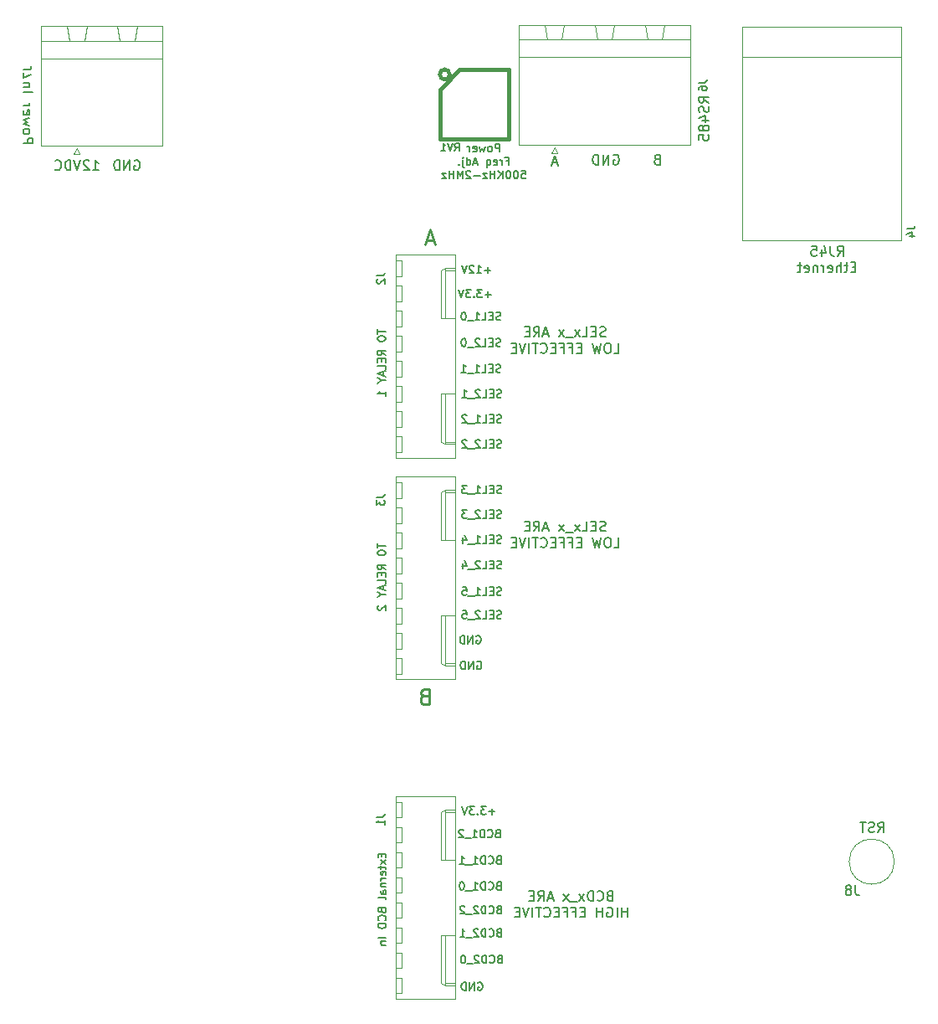
<source format=gbr>
%TF.GenerationSoftware,KiCad,Pcbnew,(6.0.0-rc1-dev-882-gdbc9130da)*%
%TF.CreationDate,2019-06-07T23:52:57-04:00*%
%TF.ProjectId,AntennaSwitch_6x2,416E74656E6E615377697463685F3678,rev?*%
%TF.SameCoordinates,Original*%
%TF.FileFunction,Legend,Bot*%
%TF.FilePolarity,Positive*%
%FSLAX46Y46*%
G04 Gerber Fmt 4.6, Leading zero omitted, Abs format (unit mm)*
G04 Created by KiCad (PCBNEW (6.0.0-rc1-dev-882-gdbc9130da)) date 2019/6/7 23:52:57*
%MOMM*%
%LPD*%
G01*
G04 APERTURE LIST*
%ADD10C,0.254000*%
%ADD11C,0.150000*%
%ADD12C,0.120000*%
%ADD13C,0.381000*%
%ADD14C,0.152400*%
G04 APERTURE END LIST*
D10*
X97428857Y-114700857D02*
X97214571Y-114772285D01*
X97143142Y-114843714D01*
X97071714Y-114986571D01*
X97071714Y-115200857D01*
X97143142Y-115343714D01*
X97214571Y-115415142D01*
X97357428Y-115486571D01*
X97928857Y-115486571D01*
X97928857Y-113986571D01*
X97428857Y-113986571D01*
X97286000Y-114058000D01*
X97214571Y-114129428D01*
X97143142Y-114272285D01*
X97143142Y-114415142D01*
X97214571Y-114558000D01*
X97286000Y-114629428D01*
X97428857Y-114700857D01*
X97928857Y-114700857D01*
X98401142Y-68576000D02*
X97686857Y-68576000D01*
X98544000Y-69004571D02*
X98044000Y-67504571D01*
X97544000Y-69004571D01*
D11*
X143371819Y-128468380D02*
X143705152Y-127992190D01*
X143943247Y-128468380D02*
X143943247Y-127468380D01*
X143562295Y-127468380D01*
X143467057Y-127516000D01*
X143419438Y-127563619D01*
X143371819Y-127658857D01*
X143371819Y-127801714D01*
X143419438Y-127896952D01*
X143467057Y-127944571D01*
X143562295Y-127992190D01*
X143943247Y-127992190D01*
X142990866Y-128420761D02*
X142848009Y-128468380D01*
X142609914Y-128468380D01*
X142514676Y-128420761D01*
X142467057Y-128373142D01*
X142419438Y-128277904D01*
X142419438Y-128182666D01*
X142467057Y-128087428D01*
X142514676Y-128039809D01*
X142609914Y-127992190D01*
X142800390Y-127944571D01*
X142895628Y-127896952D01*
X142943247Y-127849333D01*
X142990866Y-127754095D01*
X142990866Y-127658857D01*
X142943247Y-127563619D01*
X142895628Y-127516000D01*
X142800390Y-127468380D01*
X142562295Y-127468380D01*
X142419438Y-127516000D01*
X142133723Y-127468380D02*
X141562295Y-127468380D01*
X141848009Y-128468380D02*
X141848009Y-127468380D01*
X139250609Y-70188580D02*
X139583942Y-69712390D01*
X139822038Y-70188580D02*
X139822038Y-69188580D01*
X139441085Y-69188580D01*
X139345847Y-69236200D01*
X139298228Y-69283819D01*
X139250609Y-69379057D01*
X139250609Y-69521914D01*
X139298228Y-69617152D01*
X139345847Y-69664771D01*
X139441085Y-69712390D01*
X139822038Y-69712390D01*
X138536323Y-69188580D02*
X138536323Y-69902866D01*
X138583942Y-70045723D01*
X138679180Y-70140961D01*
X138822038Y-70188580D01*
X138917276Y-70188580D01*
X137631561Y-69521914D02*
X137631561Y-70188580D01*
X137869657Y-69140961D02*
X138107752Y-69855247D01*
X137488704Y-69855247D01*
X136631561Y-69188580D02*
X137107752Y-69188580D01*
X137155371Y-69664771D01*
X137107752Y-69617152D01*
X137012514Y-69569533D01*
X136774419Y-69569533D01*
X136679180Y-69617152D01*
X136631561Y-69664771D01*
X136583942Y-69760009D01*
X136583942Y-69998104D01*
X136631561Y-70093342D01*
X136679180Y-70140961D01*
X136774419Y-70188580D01*
X137012514Y-70188580D01*
X137107752Y-70140961D01*
X137155371Y-70093342D01*
X141083942Y-71314771D02*
X140750609Y-71314771D01*
X140607752Y-71838580D02*
X141083942Y-71838580D01*
X141083942Y-70838580D01*
X140607752Y-70838580D01*
X140322038Y-71171914D02*
X139941085Y-71171914D01*
X140179180Y-70838580D02*
X140179180Y-71695723D01*
X140131561Y-71790961D01*
X140036323Y-71838580D01*
X139941085Y-71838580D01*
X139607752Y-71838580D02*
X139607752Y-70838580D01*
X139179180Y-71838580D02*
X139179180Y-71314771D01*
X139226800Y-71219533D01*
X139322038Y-71171914D01*
X139464895Y-71171914D01*
X139560133Y-71219533D01*
X139607752Y-71267152D01*
X138322038Y-71790961D02*
X138417276Y-71838580D01*
X138607752Y-71838580D01*
X138702990Y-71790961D01*
X138750609Y-71695723D01*
X138750609Y-71314771D01*
X138702990Y-71219533D01*
X138607752Y-71171914D01*
X138417276Y-71171914D01*
X138322038Y-71219533D01*
X138274419Y-71314771D01*
X138274419Y-71410009D01*
X138750609Y-71505247D01*
X137845847Y-71838580D02*
X137845847Y-71171914D01*
X137845847Y-71362390D02*
X137798228Y-71267152D01*
X137750609Y-71219533D01*
X137655371Y-71171914D01*
X137560133Y-71171914D01*
X137226800Y-71171914D02*
X137226800Y-71838580D01*
X137226800Y-71267152D02*
X137179180Y-71219533D01*
X137083942Y-71171914D01*
X136941085Y-71171914D01*
X136845847Y-71219533D01*
X136798228Y-71314771D01*
X136798228Y-71838580D01*
X135941085Y-71790961D02*
X136036323Y-71838580D01*
X136226800Y-71838580D01*
X136322038Y-71790961D01*
X136369657Y-71695723D01*
X136369657Y-71314771D01*
X136322038Y-71219533D01*
X136226800Y-71171914D01*
X136036323Y-71171914D01*
X135941085Y-71219533D01*
X135893466Y-71314771D01*
X135893466Y-71410009D01*
X136369657Y-71505247D01*
X135607752Y-71171914D02*
X135226800Y-71171914D01*
X135464895Y-70838580D02*
X135464895Y-71695723D01*
X135417276Y-71790961D01*
X135322038Y-71838580D01*
X135226800Y-71838580D01*
X116585904Y-60002800D02*
X116681142Y-59955180D01*
X116824000Y-59955180D01*
X116966857Y-60002800D01*
X117062095Y-60098038D01*
X117109714Y-60193276D01*
X117157333Y-60383752D01*
X117157333Y-60526609D01*
X117109714Y-60717085D01*
X117062095Y-60812323D01*
X116966857Y-60907561D01*
X116824000Y-60955180D01*
X116728761Y-60955180D01*
X116585904Y-60907561D01*
X116538285Y-60859942D01*
X116538285Y-60526609D01*
X116728761Y-60526609D01*
X116109714Y-60955180D02*
X116109714Y-59955180D01*
X115538285Y-60955180D01*
X115538285Y-59955180D01*
X115062095Y-60955180D02*
X115062095Y-59955180D01*
X114824000Y-59955180D01*
X114681142Y-60002800D01*
X114585904Y-60098038D01*
X114538285Y-60193276D01*
X114490666Y-60383752D01*
X114490666Y-60526609D01*
X114538285Y-60717085D01*
X114585904Y-60812323D01*
X114681142Y-60907561D01*
X114824000Y-60955180D01*
X115062095Y-60955180D01*
X120984971Y-60431371D02*
X120842114Y-60478990D01*
X120794495Y-60526609D01*
X120746876Y-60621847D01*
X120746876Y-60764704D01*
X120794495Y-60859942D01*
X120842114Y-60907561D01*
X120937352Y-60955180D01*
X121318304Y-60955180D01*
X121318304Y-59955180D01*
X120984971Y-59955180D01*
X120889733Y-60002800D01*
X120842114Y-60050419D01*
X120794495Y-60145657D01*
X120794495Y-60240895D01*
X120842114Y-60336133D01*
X120889733Y-60383752D01*
X120984971Y-60431371D01*
X121318304Y-60431371D01*
X110880495Y-60771066D02*
X110404304Y-60771066D01*
X110975733Y-61056780D02*
X110642400Y-60056780D01*
X110309066Y-61056780D01*
X126233180Y-54691161D02*
X125756990Y-54357828D01*
X126233180Y-54119733D02*
X125233180Y-54119733D01*
X125233180Y-54500685D01*
X125280800Y-54595923D01*
X125328419Y-54643542D01*
X125423657Y-54691161D01*
X125566514Y-54691161D01*
X125661752Y-54643542D01*
X125709371Y-54595923D01*
X125756990Y-54500685D01*
X125756990Y-54119733D01*
X126185561Y-55072114D02*
X126233180Y-55214971D01*
X126233180Y-55453066D01*
X126185561Y-55548304D01*
X126137942Y-55595923D01*
X126042704Y-55643542D01*
X125947466Y-55643542D01*
X125852228Y-55595923D01*
X125804609Y-55548304D01*
X125756990Y-55453066D01*
X125709371Y-55262590D01*
X125661752Y-55167352D01*
X125614133Y-55119733D01*
X125518895Y-55072114D01*
X125423657Y-55072114D01*
X125328419Y-55119733D01*
X125280800Y-55167352D01*
X125233180Y-55262590D01*
X125233180Y-55500685D01*
X125280800Y-55643542D01*
X125566514Y-56500685D02*
X126233180Y-56500685D01*
X125185561Y-56262590D02*
X125899847Y-56024495D01*
X125899847Y-56643542D01*
X125661752Y-57167352D02*
X125614133Y-57072114D01*
X125566514Y-57024495D01*
X125471276Y-56976876D01*
X125423657Y-56976876D01*
X125328419Y-57024495D01*
X125280800Y-57072114D01*
X125233180Y-57167352D01*
X125233180Y-57357828D01*
X125280800Y-57453066D01*
X125328419Y-57500685D01*
X125423657Y-57548304D01*
X125471276Y-57548304D01*
X125566514Y-57500685D01*
X125614133Y-57453066D01*
X125661752Y-57357828D01*
X125661752Y-57167352D01*
X125709371Y-57072114D01*
X125756990Y-57024495D01*
X125852228Y-56976876D01*
X126042704Y-56976876D01*
X126137942Y-57024495D01*
X126185561Y-57072114D01*
X126233180Y-57167352D01*
X126233180Y-57357828D01*
X126185561Y-57453066D01*
X126137942Y-57500685D01*
X126042704Y-57548304D01*
X125852228Y-57548304D01*
X125756990Y-57500685D01*
X125709371Y-57453066D01*
X125661752Y-57357828D01*
X125233180Y-58453066D02*
X125233180Y-57976876D01*
X125709371Y-57929257D01*
X125661752Y-57976876D01*
X125614133Y-58072114D01*
X125614133Y-58310209D01*
X125661752Y-58405447D01*
X125709371Y-58453066D01*
X125804609Y-58500685D01*
X126042704Y-58500685D01*
X126137942Y-58453066D01*
X126185561Y-58405447D01*
X126233180Y-58310209D01*
X126233180Y-58072114D01*
X126185561Y-57976876D01*
X126137942Y-57929257D01*
X105060552Y-59667104D02*
X105060552Y-58867104D01*
X104755790Y-58867104D01*
X104679600Y-58905200D01*
X104641504Y-58943295D01*
X104603409Y-59019485D01*
X104603409Y-59133771D01*
X104641504Y-59209961D01*
X104679600Y-59248057D01*
X104755790Y-59286152D01*
X105060552Y-59286152D01*
X104146266Y-59667104D02*
X104222457Y-59629009D01*
X104260552Y-59590914D01*
X104298647Y-59514723D01*
X104298647Y-59286152D01*
X104260552Y-59209961D01*
X104222457Y-59171866D01*
X104146266Y-59133771D01*
X104031980Y-59133771D01*
X103955790Y-59171866D01*
X103917695Y-59209961D01*
X103879600Y-59286152D01*
X103879600Y-59514723D01*
X103917695Y-59590914D01*
X103955790Y-59629009D01*
X104031980Y-59667104D01*
X104146266Y-59667104D01*
X103612933Y-59133771D02*
X103460552Y-59667104D01*
X103308171Y-59286152D01*
X103155790Y-59667104D01*
X103003409Y-59133771D01*
X102393885Y-59629009D02*
X102470076Y-59667104D01*
X102622457Y-59667104D01*
X102698647Y-59629009D01*
X102736742Y-59552819D01*
X102736742Y-59248057D01*
X102698647Y-59171866D01*
X102622457Y-59133771D01*
X102470076Y-59133771D01*
X102393885Y-59171866D01*
X102355790Y-59248057D01*
X102355790Y-59324247D01*
X102736742Y-59400438D01*
X102012933Y-59667104D02*
X102012933Y-59133771D01*
X102012933Y-59286152D02*
X101974838Y-59209961D01*
X101936742Y-59171866D01*
X101860552Y-59133771D01*
X101784361Y-59133771D01*
X105708171Y-60598057D02*
X105974838Y-60598057D01*
X105974838Y-61017104D02*
X105974838Y-60217104D01*
X105593885Y-60217104D01*
X105289123Y-61017104D02*
X105289123Y-60483771D01*
X105289123Y-60636152D02*
X105251028Y-60559961D01*
X105212933Y-60521866D01*
X105136742Y-60483771D01*
X105060552Y-60483771D01*
X104489123Y-60979009D02*
X104565314Y-61017104D01*
X104717695Y-61017104D01*
X104793885Y-60979009D01*
X104831980Y-60902819D01*
X104831980Y-60598057D01*
X104793885Y-60521866D01*
X104717695Y-60483771D01*
X104565314Y-60483771D01*
X104489123Y-60521866D01*
X104451028Y-60598057D01*
X104451028Y-60674247D01*
X104831980Y-60750438D01*
X103765314Y-60483771D02*
X103765314Y-61283771D01*
X103765314Y-60979009D02*
X103841504Y-61017104D01*
X103993885Y-61017104D01*
X104070076Y-60979009D01*
X104108171Y-60940914D01*
X104146266Y-60864723D01*
X104146266Y-60636152D01*
X104108171Y-60559961D01*
X104070076Y-60521866D01*
X103993885Y-60483771D01*
X103841504Y-60483771D01*
X103765314Y-60521866D01*
X102812933Y-60788533D02*
X102431980Y-60788533D01*
X102889123Y-61017104D02*
X102622457Y-60217104D01*
X102355790Y-61017104D01*
X101746266Y-61017104D02*
X101746266Y-60217104D01*
X101746266Y-60979009D02*
X101822457Y-61017104D01*
X101974838Y-61017104D01*
X102051028Y-60979009D01*
X102089123Y-60940914D01*
X102127219Y-60864723D01*
X102127219Y-60636152D01*
X102089123Y-60559961D01*
X102051028Y-60521866D01*
X101974838Y-60483771D01*
X101822457Y-60483771D01*
X101746266Y-60521866D01*
X101365314Y-60483771D02*
X101365314Y-61169485D01*
X101403409Y-61245676D01*
X101479600Y-61283771D01*
X101517695Y-61283771D01*
X101365314Y-60217104D02*
X101403409Y-60255200D01*
X101365314Y-60293295D01*
X101327219Y-60255200D01*
X101365314Y-60217104D01*
X101365314Y-60293295D01*
X100984361Y-60940914D02*
X100946266Y-60979009D01*
X100984361Y-61017104D01*
X101022457Y-60979009D01*
X100984361Y-60940914D01*
X100984361Y-61017104D01*
X107270076Y-61567104D02*
X107651028Y-61567104D01*
X107689123Y-61948057D01*
X107651028Y-61909961D01*
X107574838Y-61871866D01*
X107384361Y-61871866D01*
X107308171Y-61909961D01*
X107270076Y-61948057D01*
X107231980Y-62024247D01*
X107231980Y-62214723D01*
X107270076Y-62290914D01*
X107308171Y-62329009D01*
X107384361Y-62367104D01*
X107574838Y-62367104D01*
X107651028Y-62329009D01*
X107689123Y-62290914D01*
X106736742Y-61567104D02*
X106660552Y-61567104D01*
X106584361Y-61605200D01*
X106546266Y-61643295D01*
X106508171Y-61719485D01*
X106470076Y-61871866D01*
X106470076Y-62062342D01*
X106508171Y-62214723D01*
X106546266Y-62290914D01*
X106584361Y-62329009D01*
X106660552Y-62367104D01*
X106736742Y-62367104D01*
X106812933Y-62329009D01*
X106851028Y-62290914D01*
X106889123Y-62214723D01*
X106927219Y-62062342D01*
X106927219Y-61871866D01*
X106889123Y-61719485D01*
X106851028Y-61643295D01*
X106812933Y-61605200D01*
X106736742Y-61567104D01*
X105974838Y-61567104D02*
X105898647Y-61567104D01*
X105822457Y-61605200D01*
X105784361Y-61643295D01*
X105746266Y-61719485D01*
X105708171Y-61871866D01*
X105708171Y-62062342D01*
X105746266Y-62214723D01*
X105784361Y-62290914D01*
X105822457Y-62329009D01*
X105898647Y-62367104D01*
X105974838Y-62367104D01*
X106051028Y-62329009D01*
X106089123Y-62290914D01*
X106127219Y-62214723D01*
X106165314Y-62062342D01*
X106165314Y-61871866D01*
X106127219Y-61719485D01*
X106089123Y-61643295D01*
X106051028Y-61605200D01*
X105974838Y-61567104D01*
X105365314Y-62367104D02*
X105365314Y-61567104D01*
X104908171Y-62367104D02*
X105251028Y-61909961D01*
X104908171Y-61567104D02*
X105365314Y-62024247D01*
X104565314Y-62367104D02*
X104565314Y-61567104D01*
X104565314Y-61948057D02*
X104108171Y-61948057D01*
X104108171Y-62367104D02*
X104108171Y-61567104D01*
X103803409Y-61833771D02*
X103384361Y-61833771D01*
X103803409Y-62367104D01*
X103384361Y-62367104D01*
X103079600Y-62062342D02*
X102470076Y-62062342D01*
X102127219Y-61643295D02*
X102089123Y-61605200D01*
X102012933Y-61567104D01*
X101822457Y-61567104D01*
X101746266Y-61605200D01*
X101708171Y-61643295D01*
X101670076Y-61719485D01*
X101670076Y-61795676D01*
X101708171Y-61909961D01*
X102165314Y-62367104D01*
X101670076Y-62367104D01*
X101327219Y-62367104D02*
X101327219Y-61567104D01*
X101060552Y-62138533D01*
X100793885Y-61567104D01*
X100793885Y-62367104D01*
X100412933Y-62367104D02*
X100412933Y-61567104D01*
X100412933Y-61948057D02*
X99955790Y-61948057D01*
X99955790Y-62367104D02*
X99955790Y-61567104D01*
X99651028Y-61833771D02*
X99231980Y-61833771D01*
X99651028Y-62367104D01*
X99231980Y-62367104D01*
X68122704Y-60561600D02*
X68217942Y-60513980D01*
X68360800Y-60513980D01*
X68503657Y-60561600D01*
X68598895Y-60656838D01*
X68646514Y-60752076D01*
X68694133Y-60942552D01*
X68694133Y-61085409D01*
X68646514Y-61275885D01*
X68598895Y-61371123D01*
X68503657Y-61466361D01*
X68360800Y-61513980D01*
X68265561Y-61513980D01*
X68122704Y-61466361D01*
X68075085Y-61418742D01*
X68075085Y-61085409D01*
X68265561Y-61085409D01*
X67646514Y-61513980D02*
X67646514Y-60513980D01*
X67075085Y-61513980D01*
X67075085Y-60513980D01*
X66598895Y-61513980D02*
X66598895Y-60513980D01*
X66360800Y-60513980D01*
X66217942Y-60561600D01*
X66122704Y-60656838D01*
X66075085Y-60752076D01*
X66027466Y-60942552D01*
X66027466Y-61085409D01*
X66075085Y-61275885D01*
X66122704Y-61371123D01*
X66217942Y-61466361D01*
X66360800Y-61513980D01*
X66598895Y-61513980D01*
X63899847Y-61513980D02*
X64471276Y-61513980D01*
X64185561Y-61513980D02*
X64185561Y-60513980D01*
X64280800Y-60656838D01*
X64376038Y-60752076D01*
X64471276Y-60799695D01*
X63518895Y-60609219D02*
X63471276Y-60561600D01*
X63376038Y-60513980D01*
X63137942Y-60513980D01*
X63042704Y-60561600D01*
X62995085Y-60609219D01*
X62947466Y-60704457D01*
X62947466Y-60799695D01*
X62995085Y-60942552D01*
X63566514Y-61513980D01*
X62947466Y-61513980D01*
X62661752Y-60513980D02*
X62328419Y-61513980D01*
X61995085Y-60513980D01*
X61661752Y-61513980D02*
X61661752Y-60513980D01*
X61423657Y-60513980D01*
X61280800Y-60561600D01*
X61185561Y-60656838D01*
X61137942Y-60752076D01*
X61090323Y-60942552D01*
X61090323Y-61085409D01*
X61137942Y-61275885D01*
X61185561Y-61371123D01*
X61280800Y-61466361D01*
X61423657Y-61513980D01*
X61661752Y-61513980D01*
X60090323Y-61418742D02*
X60137942Y-61466361D01*
X60280800Y-61513980D01*
X60376038Y-61513980D01*
X60518895Y-61466361D01*
X60614133Y-61371123D01*
X60661752Y-61275885D01*
X60709371Y-61085409D01*
X60709371Y-60942552D01*
X60661752Y-60752076D01*
X60614133Y-60656838D01*
X60518895Y-60561600D01*
X60376038Y-60513980D01*
X60280800Y-60513980D01*
X60137942Y-60561600D01*
X60090323Y-60609219D01*
X56850019Y-58826019D02*
X57850019Y-58826019D01*
X57850019Y-58445066D01*
X57802400Y-58349828D01*
X57754780Y-58302209D01*
X57659542Y-58254590D01*
X57516685Y-58254590D01*
X57421447Y-58302209D01*
X57373828Y-58349828D01*
X57326209Y-58445066D01*
X57326209Y-58826019D01*
X56850019Y-57683161D02*
X56897638Y-57778400D01*
X56945257Y-57826019D01*
X57040495Y-57873638D01*
X57326209Y-57873638D01*
X57421447Y-57826019D01*
X57469066Y-57778400D01*
X57516685Y-57683161D01*
X57516685Y-57540304D01*
X57469066Y-57445066D01*
X57421447Y-57397447D01*
X57326209Y-57349828D01*
X57040495Y-57349828D01*
X56945257Y-57397447D01*
X56897638Y-57445066D01*
X56850019Y-57540304D01*
X56850019Y-57683161D01*
X57516685Y-57016495D02*
X56850019Y-56826019D01*
X57326209Y-56635542D01*
X56850019Y-56445066D01*
X57516685Y-56254590D01*
X56897638Y-55492685D02*
X56850019Y-55587923D01*
X56850019Y-55778400D01*
X56897638Y-55873638D01*
X56992876Y-55921257D01*
X57373828Y-55921257D01*
X57469066Y-55873638D01*
X57516685Y-55778400D01*
X57516685Y-55587923D01*
X57469066Y-55492685D01*
X57373828Y-55445066D01*
X57278590Y-55445066D01*
X57183352Y-55921257D01*
X56850019Y-55016495D02*
X57516685Y-55016495D01*
X57326209Y-55016495D02*
X57421447Y-54968876D01*
X57469066Y-54921257D01*
X57516685Y-54826019D01*
X57516685Y-54730780D01*
X56850019Y-53635542D02*
X57850019Y-53635542D01*
X57516685Y-53159352D02*
X56850019Y-53159352D01*
X57421447Y-53159352D02*
X57469066Y-53111733D01*
X57516685Y-53016495D01*
X57516685Y-52873638D01*
X57469066Y-52778400D01*
X57373828Y-52730780D01*
X56850019Y-52730780D01*
X115791738Y-97979361D02*
X115648880Y-98026980D01*
X115410785Y-98026980D01*
X115315547Y-97979361D01*
X115267928Y-97931742D01*
X115220309Y-97836504D01*
X115220309Y-97741266D01*
X115267928Y-97646028D01*
X115315547Y-97598409D01*
X115410785Y-97550790D01*
X115601261Y-97503171D01*
X115696500Y-97455552D01*
X115744119Y-97407933D01*
X115791738Y-97312695D01*
X115791738Y-97217457D01*
X115744119Y-97122219D01*
X115696500Y-97074600D01*
X115601261Y-97026980D01*
X115363166Y-97026980D01*
X115220309Y-97074600D01*
X114791738Y-97503171D02*
X114458404Y-97503171D01*
X114315547Y-98026980D02*
X114791738Y-98026980D01*
X114791738Y-97026980D01*
X114315547Y-97026980D01*
X113410785Y-98026980D02*
X113886976Y-98026980D01*
X113886976Y-97026980D01*
X113172690Y-98026980D02*
X112648880Y-97360314D01*
X113172690Y-97360314D02*
X112648880Y-98026980D01*
X112506023Y-98122219D02*
X111744119Y-98122219D01*
X111601261Y-98026980D02*
X111077452Y-97360314D01*
X111601261Y-97360314D02*
X111077452Y-98026980D01*
X109982214Y-97741266D02*
X109506023Y-97741266D01*
X110077452Y-98026980D02*
X109744119Y-97026980D01*
X109410785Y-98026980D01*
X108506023Y-98026980D02*
X108839357Y-97550790D01*
X109077452Y-98026980D02*
X109077452Y-97026980D01*
X108696500Y-97026980D01*
X108601261Y-97074600D01*
X108553642Y-97122219D01*
X108506023Y-97217457D01*
X108506023Y-97360314D01*
X108553642Y-97455552D01*
X108601261Y-97503171D01*
X108696500Y-97550790D01*
X109077452Y-97550790D01*
X108077452Y-97503171D02*
X107744119Y-97503171D01*
X107601261Y-98026980D02*
X108077452Y-98026980D01*
X108077452Y-97026980D01*
X107601261Y-97026980D01*
X116625071Y-99676980D02*
X117101261Y-99676980D01*
X117101261Y-98676980D01*
X116101261Y-98676980D02*
X115910785Y-98676980D01*
X115815547Y-98724600D01*
X115720309Y-98819838D01*
X115672690Y-99010314D01*
X115672690Y-99343647D01*
X115720309Y-99534123D01*
X115815547Y-99629361D01*
X115910785Y-99676980D01*
X116101261Y-99676980D01*
X116196500Y-99629361D01*
X116291738Y-99534123D01*
X116339357Y-99343647D01*
X116339357Y-99010314D01*
X116291738Y-98819838D01*
X116196500Y-98724600D01*
X116101261Y-98676980D01*
X115339357Y-98676980D02*
X115101261Y-99676980D01*
X114910785Y-98962695D01*
X114720309Y-99676980D01*
X114482214Y-98676980D01*
X113339357Y-99153171D02*
X113006023Y-99153171D01*
X112863166Y-99676980D02*
X113339357Y-99676980D01*
X113339357Y-98676980D01*
X112863166Y-98676980D01*
X112101261Y-99153171D02*
X112434595Y-99153171D01*
X112434595Y-99676980D02*
X112434595Y-98676980D01*
X111958404Y-98676980D01*
X111244119Y-99153171D02*
X111577452Y-99153171D01*
X111577452Y-99676980D02*
X111577452Y-98676980D01*
X111101261Y-98676980D01*
X110720309Y-99153171D02*
X110386976Y-99153171D01*
X110244119Y-99676980D02*
X110720309Y-99676980D01*
X110720309Y-98676980D01*
X110244119Y-98676980D01*
X109244119Y-99581742D02*
X109291738Y-99629361D01*
X109434595Y-99676980D01*
X109529833Y-99676980D01*
X109672690Y-99629361D01*
X109767928Y-99534123D01*
X109815547Y-99438885D01*
X109863166Y-99248409D01*
X109863166Y-99105552D01*
X109815547Y-98915076D01*
X109767928Y-98819838D01*
X109672690Y-98724600D01*
X109529833Y-98676980D01*
X109434595Y-98676980D01*
X109291738Y-98724600D01*
X109244119Y-98772219D01*
X108958404Y-98676980D02*
X108386976Y-98676980D01*
X108672690Y-99676980D02*
X108672690Y-98676980D01*
X108053642Y-99676980D02*
X108053642Y-98676980D01*
X107720309Y-98676980D02*
X107386976Y-99676980D01*
X107053642Y-98676980D01*
X106720309Y-99153171D02*
X106386976Y-99153171D01*
X106244119Y-99676980D02*
X106720309Y-99676980D01*
X106720309Y-98676980D01*
X106244119Y-98676980D01*
X116199752Y-134891971D02*
X116056895Y-134939590D01*
X116009276Y-134987209D01*
X115961657Y-135082447D01*
X115961657Y-135225304D01*
X116009276Y-135320542D01*
X116056895Y-135368161D01*
X116152133Y-135415780D01*
X116533085Y-135415780D01*
X116533085Y-134415780D01*
X116199752Y-134415780D01*
X116104514Y-134463400D01*
X116056895Y-134511019D01*
X116009276Y-134606257D01*
X116009276Y-134701495D01*
X116056895Y-134796733D01*
X116104514Y-134844352D01*
X116199752Y-134891971D01*
X116533085Y-134891971D01*
X114961657Y-135320542D02*
X115009276Y-135368161D01*
X115152133Y-135415780D01*
X115247371Y-135415780D01*
X115390228Y-135368161D01*
X115485466Y-135272923D01*
X115533085Y-135177685D01*
X115580704Y-134987209D01*
X115580704Y-134844352D01*
X115533085Y-134653876D01*
X115485466Y-134558638D01*
X115390228Y-134463400D01*
X115247371Y-134415780D01*
X115152133Y-134415780D01*
X115009276Y-134463400D01*
X114961657Y-134511019D01*
X114533085Y-135415780D02*
X114533085Y-134415780D01*
X114294990Y-134415780D01*
X114152133Y-134463400D01*
X114056895Y-134558638D01*
X114009276Y-134653876D01*
X113961657Y-134844352D01*
X113961657Y-134987209D01*
X114009276Y-135177685D01*
X114056895Y-135272923D01*
X114152133Y-135368161D01*
X114294990Y-135415780D01*
X114533085Y-135415780D01*
X113628323Y-135415780D02*
X113104514Y-134749114D01*
X113628323Y-134749114D02*
X113104514Y-135415780D01*
X112961657Y-135511019D02*
X112199752Y-135511019D01*
X112056895Y-135415780D02*
X111533085Y-134749114D01*
X112056895Y-134749114D02*
X111533085Y-135415780D01*
X110437847Y-135130066D02*
X109961657Y-135130066D01*
X110533085Y-135415780D02*
X110199752Y-134415780D01*
X109866419Y-135415780D01*
X108961657Y-135415780D02*
X109294990Y-134939590D01*
X109533085Y-135415780D02*
X109533085Y-134415780D01*
X109152133Y-134415780D01*
X109056895Y-134463400D01*
X109009276Y-134511019D01*
X108961657Y-134606257D01*
X108961657Y-134749114D01*
X109009276Y-134844352D01*
X109056895Y-134891971D01*
X109152133Y-134939590D01*
X109533085Y-134939590D01*
X108533085Y-134891971D02*
X108199752Y-134891971D01*
X108056895Y-135415780D02*
X108533085Y-135415780D01*
X108533085Y-134415780D01*
X108056895Y-134415780D01*
X118009276Y-137065780D02*
X118009276Y-136065780D01*
X118009276Y-136541971D02*
X117437847Y-136541971D01*
X117437847Y-137065780D02*
X117437847Y-136065780D01*
X116961657Y-137065780D02*
X116961657Y-136065780D01*
X115961657Y-136113400D02*
X116056895Y-136065780D01*
X116199752Y-136065780D01*
X116342609Y-136113400D01*
X116437847Y-136208638D01*
X116485466Y-136303876D01*
X116533085Y-136494352D01*
X116533085Y-136637209D01*
X116485466Y-136827685D01*
X116437847Y-136922923D01*
X116342609Y-137018161D01*
X116199752Y-137065780D01*
X116104514Y-137065780D01*
X115961657Y-137018161D01*
X115914038Y-136970542D01*
X115914038Y-136637209D01*
X116104514Y-136637209D01*
X115485466Y-137065780D02*
X115485466Y-136065780D01*
X115485466Y-136541971D02*
X114914038Y-136541971D01*
X114914038Y-137065780D02*
X114914038Y-136065780D01*
X113675942Y-136541971D02*
X113342609Y-136541971D01*
X113199752Y-137065780D02*
X113675942Y-137065780D01*
X113675942Y-136065780D01*
X113199752Y-136065780D01*
X112437847Y-136541971D02*
X112771180Y-136541971D01*
X112771180Y-137065780D02*
X112771180Y-136065780D01*
X112294990Y-136065780D01*
X111580704Y-136541971D02*
X111914038Y-136541971D01*
X111914038Y-137065780D02*
X111914038Y-136065780D01*
X111437847Y-136065780D01*
X111056895Y-136541971D02*
X110723561Y-136541971D01*
X110580704Y-137065780D02*
X111056895Y-137065780D01*
X111056895Y-136065780D01*
X110580704Y-136065780D01*
X109580704Y-136970542D02*
X109628323Y-137018161D01*
X109771180Y-137065780D01*
X109866419Y-137065780D01*
X110009276Y-137018161D01*
X110104514Y-136922923D01*
X110152133Y-136827685D01*
X110199752Y-136637209D01*
X110199752Y-136494352D01*
X110152133Y-136303876D01*
X110104514Y-136208638D01*
X110009276Y-136113400D01*
X109866419Y-136065780D01*
X109771180Y-136065780D01*
X109628323Y-136113400D01*
X109580704Y-136161019D01*
X109294990Y-136065780D02*
X108723561Y-136065780D01*
X109009276Y-137065780D02*
X109009276Y-136065780D01*
X108390228Y-137065780D02*
X108390228Y-136065780D01*
X108056895Y-136065780D02*
X107723561Y-137065780D01*
X107390228Y-136065780D01*
X107056895Y-136541971D02*
X106723561Y-136541971D01*
X106580704Y-137065780D02*
X107056895Y-137065780D01*
X107056895Y-136065780D01*
X106580704Y-136065780D01*
X104584300Y-126371342D02*
X103974776Y-126371342D01*
X104279538Y-126676104D02*
X104279538Y-126066580D01*
X103670014Y-125876104D02*
X103174776Y-125876104D01*
X103441442Y-126180866D01*
X103327157Y-126180866D01*
X103250966Y-126218961D01*
X103212871Y-126257057D01*
X103174776Y-126333247D01*
X103174776Y-126523723D01*
X103212871Y-126599914D01*
X103250966Y-126638009D01*
X103327157Y-126676104D01*
X103555728Y-126676104D01*
X103631919Y-126638009D01*
X103670014Y-126599914D01*
X102831919Y-126599914D02*
X102793823Y-126638009D01*
X102831919Y-126676104D01*
X102870014Y-126638009D01*
X102831919Y-126599914D01*
X102831919Y-126676104D01*
X102527157Y-125876104D02*
X102031919Y-125876104D01*
X102298585Y-126180866D01*
X102184300Y-126180866D01*
X102108109Y-126218961D01*
X102070014Y-126257057D01*
X102031919Y-126333247D01*
X102031919Y-126523723D01*
X102070014Y-126599914D01*
X102108109Y-126638009D01*
X102184300Y-126676104D01*
X102412871Y-126676104D01*
X102489061Y-126638009D01*
X102527157Y-126599914D01*
X101803347Y-125876104D02*
X101536680Y-126676104D01*
X101270014Y-125876104D01*
X102882623Y-143694200D02*
X102958814Y-143656104D01*
X103073100Y-143656104D01*
X103187385Y-143694200D01*
X103263576Y-143770390D01*
X103301671Y-143846580D01*
X103339766Y-143998961D01*
X103339766Y-144113247D01*
X103301671Y-144265628D01*
X103263576Y-144341819D01*
X103187385Y-144418009D01*
X103073100Y-144456104D01*
X102996909Y-144456104D01*
X102882623Y-144418009D01*
X102844528Y-144379914D01*
X102844528Y-144113247D01*
X102996909Y-144113247D01*
X102501671Y-144456104D02*
X102501671Y-143656104D01*
X102044528Y-144456104D01*
X102044528Y-143656104D01*
X101663576Y-144456104D02*
X101663576Y-143656104D01*
X101473100Y-143656104D01*
X101358814Y-143694200D01*
X101282623Y-143770390D01*
X101244528Y-143846580D01*
X101206433Y-143998961D01*
X101206433Y-144113247D01*
X101244528Y-144265628D01*
X101282623Y-144341819D01*
X101358814Y-144418009D01*
X101473100Y-144456104D01*
X101663576Y-144456104D01*
X105060523Y-141293857D02*
X104946238Y-141331952D01*
X104908142Y-141370047D01*
X104870047Y-141446238D01*
X104870047Y-141560523D01*
X104908142Y-141636714D01*
X104946238Y-141674809D01*
X105022428Y-141712904D01*
X105327190Y-141712904D01*
X105327190Y-140912904D01*
X105060523Y-140912904D01*
X104984333Y-140951000D01*
X104946238Y-140989095D01*
X104908142Y-141065285D01*
X104908142Y-141141476D01*
X104946238Y-141217666D01*
X104984333Y-141255761D01*
X105060523Y-141293857D01*
X105327190Y-141293857D01*
X104070047Y-141636714D02*
X104108142Y-141674809D01*
X104222428Y-141712904D01*
X104298619Y-141712904D01*
X104412904Y-141674809D01*
X104489095Y-141598619D01*
X104527190Y-141522428D01*
X104565285Y-141370047D01*
X104565285Y-141255761D01*
X104527190Y-141103380D01*
X104489095Y-141027190D01*
X104412904Y-140951000D01*
X104298619Y-140912904D01*
X104222428Y-140912904D01*
X104108142Y-140951000D01*
X104070047Y-140989095D01*
X103727190Y-141712904D02*
X103727190Y-140912904D01*
X103536714Y-140912904D01*
X103422428Y-140951000D01*
X103346238Y-141027190D01*
X103308142Y-141103380D01*
X103270047Y-141255761D01*
X103270047Y-141370047D01*
X103308142Y-141522428D01*
X103346238Y-141598619D01*
X103422428Y-141674809D01*
X103536714Y-141712904D01*
X103727190Y-141712904D01*
X102965285Y-140989095D02*
X102927190Y-140951000D01*
X102851000Y-140912904D01*
X102660523Y-140912904D01*
X102584333Y-140951000D01*
X102546238Y-140989095D01*
X102508142Y-141065285D01*
X102508142Y-141141476D01*
X102546238Y-141255761D01*
X103003380Y-141712904D01*
X102508142Y-141712904D01*
X102355761Y-141789095D02*
X101746238Y-141789095D01*
X101403380Y-140912904D02*
X101327190Y-140912904D01*
X101251000Y-140951000D01*
X101212904Y-140989095D01*
X101174809Y-141065285D01*
X101136714Y-141217666D01*
X101136714Y-141408142D01*
X101174809Y-141560523D01*
X101212904Y-141636714D01*
X101251000Y-141674809D01*
X101327190Y-141712904D01*
X101403380Y-141712904D01*
X101479571Y-141674809D01*
X101517666Y-141636714D01*
X101555761Y-141560523D01*
X101593857Y-141408142D01*
X101593857Y-141217666D01*
X101555761Y-141065285D01*
X101517666Y-140989095D01*
X101479571Y-140951000D01*
X101403380Y-140912904D01*
X104997023Y-138626857D02*
X104882738Y-138664952D01*
X104844642Y-138703047D01*
X104806547Y-138779238D01*
X104806547Y-138893523D01*
X104844642Y-138969714D01*
X104882738Y-139007809D01*
X104958928Y-139045904D01*
X105263690Y-139045904D01*
X105263690Y-138245904D01*
X104997023Y-138245904D01*
X104920833Y-138284000D01*
X104882738Y-138322095D01*
X104844642Y-138398285D01*
X104844642Y-138474476D01*
X104882738Y-138550666D01*
X104920833Y-138588761D01*
X104997023Y-138626857D01*
X105263690Y-138626857D01*
X104006547Y-138969714D02*
X104044642Y-139007809D01*
X104158928Y-139045904D01*
X104235119Y-139045904D01*
X104349404Y-139007809D01*
X104425595Y-138931619D01*
X104463690Y-138855428D01*
X104501785Y-138703047D01*
X104501785Y-138588761D01*
X104463690Y-138436380D01*
X104425595Y-138360190D01*
X104349404Y-138284000D01*
X104235119Y-138245904D01*
X104158928Y-138245904D01*
X104044642Y-138284000D01*
X104006547Y-138322095D01*
X103663690Y-139045904D02*
X103663690Y-138245904D01*
X103473214Y-138245904D01*
X103358928Y-138284000D01*
X103282738Y-138360190D01*
X103244642Y-138436380D01*
X103206547Y-138588761D01*
X103206547Y-138703047D01*
X103244642Y-138855428D01*
X103282738Y-138931619D01*
X103358928Y-139007809D01*
X103473214Y-139045904D01*
X103663690Y-139045904D01*
X102901785Y-138322095D02*
X102863690Y-138284000D01*
X102787500Y-138245904D01*
X102597023Y-138245904D01*
X102520833Y-138284000D01*
X102482738Y-138322095D01*
X102444642Y-138398285D01*
X102444642Y-138474476D01*
X102482738Y-138588761D01*
X102939880Y-139045904D01*
X102444642Y-139045904D01*
X102292261Y-139122095D02*
X101682738Y-139122095D01*
X101073214Y-139045904D02*
X101530357Y-139045904D01*
X101301785Y-139045904D02*
X101301785Y-138245904D01*
X101377976Y-138360190D01*
X101454166Y-138436380D01*
X101530357Y-138474476D01*
X104997023Y-136277357D02*
X104882738Y-136315452D01*
X104844642Y-136353547D01*
X104806547Y-136429738D01*
X104806547Y-136544023D01*
X104844642Y-136620214D01*
X104882738Y-136658309D01*
X104958928Y-136696404D01*
X105263690Y-136696404D01*
X105263690Y-135896404D01*
X104997023Y-135896404D01*
X104920833Y-135934500D01*
X104882738Y-135972595D01*
X104844642Y-136048785D01*
X104844642Y-136124976D01*
X104882738Y-136201166D01*
X104920833Y-136239261D01*
X104997023Y-136277357D01*
X105263690Y-136277357D01*
X104006547Y-136620214D02*
X104044642Y-136658309D01*
X104158928Y-136696404D01*
X104235119Y-136696404D01*
X104349404Y-136658309D01*
X104425595Y-136582119D01*
X104463690Y-136505928D01*
X104501785Y-136353547D01*
X104501785Y-136239261D01*
X104463690Y-136086880D01*
X104425595Y-136010690D01*
X104349404Y-135934500D01*
X104235119Y-135896404D01*
X104158928Y-135896404D01*
X104044642Y-135934500D01*
X104006547Y-135972595D01*
X103663690Y-136696404D02*
X103663690Y-135896404D01*
X103473214Y-135896404D01*
X103358928Y-135934500D01*
X103282738Y-136010690D01*
X103244642Y-136086880D01*
X103206547Y-136239261D01*
X103206547Y-136353547D01*
X103244642Y-136505928D01*
X103282738Y-136582119D01*
X103358928Y-136658309D01*
X103473214Y-136696404D01*
X103663690Y-136696404D01*
X102901785Y-135972595D02*
X102863690Y-135934500D01*
X102787500Y-135896404D01*
X102597023Y-135896404D01*
X102520833Y-135934500D01*
X102482738Y-135972595D01*
X102444642Y-136048785D01*
X102444642Y-136124976D01*
X102482738Y-136239261D01*
X102939880Y-136696404D01*
X102444642Y-136696404D01*
X102292261Y-136772595D02*
X101682738Y-136772595D01*
X101530357Y-135972595D02*
X101492261Y-135934500D01*
X101416071Y-135896404D01*
X101225595Y-135896404D01*
X101149404Y-135934500D01*
X101111309Y-135972595D01*
X101073214Y-136048785D01*
X101073214Y-136124976D01*
X101111309Y-136239261D01*
X101568452Y-136696404D01*
X101073214Y-136696404D01*
X104933523Y-133864357D02*
X104819238Y-133902452D01*
X104781142Y-133940547D01*
X104743047Y-134016738D01*
X104743047Y-134131023D01*
X104781142Y-134207214D01*
X104819238Y-134245309D01*
X104895428Y-134283404D01*
X105200190Y-134283404D01*
X105200190Y-133483404D01*
X104933523Y-133483404D01*
X104857333Y-133521500D01*
X104819238Y-133559595D01*
X104781142Y-133635785D01*
X104781142Y-133711976D01*
X104819238Y-133788166D01*
X104857333Y-133826261D01*
X104933523Y-133864357D01*
X105200190Y-133864357D01*
X103943047Y-134207214D02*
X103981142Y-134245309D01*
X104095428Y-134283404D01*
X104171619Y-134283404D01*
X104285904Y-134245309D01*
X104362095Y-134169119D01*
X104400190Y-134092928D01*
X104438285Y-133940547D01*
X104438285Y-133826261D01*
X104400190Y-133673880D01*
X104362095Y-133597690D01*
X104285904Y-133521500D01*
X104171619Y-133483404D01*
X104095428Y-133483404D01*
X103981142Y-133521500D01*
X103943047Y-133559595D01*
X103600190Y-134283404D02*
X103600190Y-133483404D01*
X103409714Y-133483404D01*
X103295428Y-133521500D01*
X103219238Y-133597690D01*
X103181142Y-133673880D01*
X103143047Y-133826261D01*
X103143047Y-133940547D01*
X103181142Y-134092928D01*
X103219238Y-134169119D01*
X103295428Y-134245309D01*
X103409714Y-134283404D01*
X103600190Y-134283404D01*
X102381142Y-134283404D02*
X102838285Y-134283404D01*
X102609714Y-134283404D02*
X102609714Y-133483404D01*
X102685904Y-133597690D01*
X102762095Y-133673880D01*
X102838285Y-133711976D01*
X102228761Y-134359595D02*
X101619238Y-134359595D01*
X101276380Y-133483404D02*
X101200190Y-133483404D01*
X101124000Y-133521500D01*
X101085904Y-133559595D01*
X101047809Y-133635785D01*
X101009714Y-133788166D01*
X101009714Y-133978642D01*
X101047809Y-134131023D01*
X101085904Y-134207214D01*
X101124000Y-134245309D01*
X101200190Y-134283404D01*
X101276380Y-134283404D01*
X101352571Y-134245309D01*
X101390666Y-134207214D01*
X101428761Y-134131023D01*
X101466857Y-133978642D01*
X101466857Y-133788166D01*
X101428761Y-133635785D01*
X101390666Y-133559595D01*
X101352571Y-133521500D01*
X101276380Y-133483404D01*
X104933523Y-131260857D02*
X104819238Y-131298952D01*
X104781142Y-131337047D01*
X104743047Y-131413238D01*
X104743047Y-131527523D01*
X104781142Y-131603714D01*
X104819238Y-131641809D01*
X104895428Y-131679904D01*
X105200190Y-131679904D01*
X105200190Y-130879904D01*
X104933523Y-130879904D01*
X104857333Y-130918000D01*
X104819238Y-130956095D01*
X104781142Y-131032285D01*
X104781142Y-131108476D01*
X104819238Y-131184666D01*
X104857333Y-131222761D01*
X104933523Y-131260857D01*
X105200190Y-131260857D01*
X103943047Y-131603714D02*
X103981142Y-131641809D01*
X104095428Y-131679904D01*
X104171619Y-131679904D01*
X104285904Y-131641809D01*
X104362095Y-131565619D01*
X104400190Y-131489428D01*
X104438285Y-131337047D01*
X104438285Y-131222761D01*
X104400190Y-131070380D01*
X104362095Y-130994190D01*
X104285904Y-130918000D01*
X104171619Y-130879904D01*
X104095428Y-130879904D01*
X103981142Y-130918000D01*
X103943047Y-130956095D01*
X103600190Y-131679904D02*
X103600190Y-130879904D01*
X103409714Y-130879904D01*
X103295428Y-130918000D01*
X103219238Y-130994190D01*
X103181142Y-131070380D01*
X103143047Y-131222761D01*
X103143047Y-131337047D01*
X103181142Y-131489428D01*
X103219238Y-131565619D01*
X103295428Y-131641809D01*
X103409714Y-131679904D01*
X103600190Y-131679904D01*
X102381142Y-131679904D02*
X102838285Y-131679904D01*
X102609714Y-131679904D02*
X102609714Y-130879904D01*
X102685904Y-130994190D01*
X102762095Y-131070380D01*
X102838285Y-131108476D01*
X102228761Y-131756095D02*
X101619238Y-131756095D01*
X101009714Y-131679904D02*
X101466857Y-131679904D01*
X101238285Y-131679904D02*
X101238285Y-130879904D01*
X101314476Y-130994190D01*
X101390666Y-131070380D01*
X101466857Y-131108476D01*
X104870023Y-128593857D02*
X104755738Y-128631952D01*
X104717642Y-128670047D01*
X104679547Y-128746238D01*
X104679547Y-128860523D01*
X104717642Y-128936714D01*
X104755738Y-128974809D01*
X104831928Y-129012904D01*
X105136690Y-129012904D01*
X105136690Y-128212904D01*
X104870023Y-128212904D01*
X104793833Y-128251000D01*
X104755738Y-128289095D01*
X104717642Y-128365285D01*
X104717642Y-128441476D01*
X104755738Y-128517666D01*
X104793833Y-128555761D01*
X104870023Y-128593857D01*
X105136690Y-128593857D01*
X103879547Y-128936714D02*
X103917642Y-128974809D01*
X104031928Y-129012904D01*
X104108119Y-129012904D01*
X104222404Y-128974809D01*
X104298595Y-128898619D01*
X104336690Y-128822428D01*
X104374785Y-128670047D01*
X104374785Y-128555761D01*
X104336690Y-128403380D01*
X104298595Y-128327190D01*
X104222404Y-128251000D01*
X104108119Y-128212904D01*
X104031928Y-128212904D01*
X103917642Y-128251000D01*
X103879547Y-128289095D01*
X103536690Y-129012904D02*
X103536690Y-128212904D01*
X103346214Y-128212904D01*
X103231928Y-128251000D01*
X103155738Y-128327190D01*
X103117642Y-128403380D01*
X103079547Y-128555761D01*
X103079547Y-128670047D01*
X103117642Y-128822428D01*
X103155738Y-128898619D01*
X103231928Y-128974809D01*
X103346214Y-129012904D01*
X103536690Y-129012904D01*
X102317642Y-129012904D02*
X102774785Y-129012904D01*
X102546214Y-129012904D02*
X102546214Y-128212904D01*
X102622404Y-128327190D01*
X102698595Y-128403380D01*
X102774785Y-128441476D01*
X102165261Y-129089095D02*
X101555738Y-129089095D01*
X101403357Y-128289095D02*
X101365261Y-128251000D01*
X101289071Y-128212904D01*
X101098595Y-128212904D01*
X101022404Y-128251000D01*
X100984309Y-128289095D01*
X100946214Y-128365285D01*
X100946214Y-128441476D01*
X100984309Y-128555761D01*
X101441452Y-129012904D01*
X100946214Y-129012904D01*
X115791738Y-78319761D02*
X115648880Y-78367380D01*
X115410785Y-78367380D01*
X115315547Y-78319761D01*
X115267928Y-78272142D01*
X115220309Y-78176904D01*
X115220309Y-78081666D01*
X115267928Y-77986428D01*
X115315547Y-77938809D01*
X115410785Y-77891190D01*
X115601261Y-77843571D01*
X115696500Y-77795952D01*
X115744119Y-77748333D01*
X115791738Y-77653095D01*
X115791738Y-77557857D01*
X115744119Y-77462619D01*
X115696500Y-77415000D01*
X115601261Y-77367380D01*
X115363166Y-77367380D01*
X115220309Y-77415000D01*
X114791738Y-77843571D02*
X114458404Y-77843571D01*
X114315547Y-78367380D02*
X114791738Y-78367380D01*
X114791738Y-77367380D01*
X114315547Y-77367380D01*
X113410785Y-78367380D02*
X113886976Y-78367380D01*
X113886976Y-77367380D01*
X113172690Y-78367380D02*
X112648880Y-77700714D01*
X113172690Y-77700714D02*
X112648880Y-78367380D01*
X112506023Y-78462619D02*
X111744119Y-78462619D01*
X111601261Y-78367380D02*
X111077452Y-77700714D01*
X111601261Y-77700714D02*
X111077452Y-78367380D01*
X109982214Y-78081666D02*
X109506023Y-78081666D01*
X110077452Y-78367380D02*
X109744119Y-77367380D01*
X109410785Y-78367380D01*
X108506023Y-78367380D02*
X108839357Y-77891190D01*
X109077452Y-78367380D02*
X109077452Y-77367380D01*
X108696500Y-77367380D01*
X108601261Y-77415000D01*
X108553642Y-77462619D01*
X108506023Y-77557857D01*
X108506023Y-77700714D01*
X108553642Y-77795952D01*
X108601261Y-77843571D01*
X108696500Y-77891190D01*
X109077452Y-77891190D01*
X108077452Y-77843571D02*
X107744119Y-77843571D01*
X107601261Y-78367380D02*
X108077452Y-78367380D01*
X108077452Y-77367380D01*
X107601261Y-77367380D01*
X116625071Y-80017380D02*
X117101261Y-80017380D01*
X117101261Y-79017380D01*
X116101261Y-79017380D02*
X115910785Y-79017380D01*
X115815547Y-79065000D01*
X115720309Y-79160238D01*
X115672690Y-79350714D01*
X115672690Y-79684047D01*
X115720309Y-79874523D01*
X115815547Y-79969761D01*
X115910785Y-80017380D01*
X116101261Y-80017380D01*
X116196500Y-79969761D01*
X116291738Y-79874523D01*
X116339357Y-79684047D01*
X116339357Y-79350714D01*
X116291738Y-79160238D01*
X116196500Y-79065000D01*
X116101261Y-79017380D01*
X115339357Y-79017380D02*
X115101261Y-80017380D01*
X114910785Y-79303095D01*
X114720309Y-80017380D01*
X114482214Y-79017380D01*
X113339357Y-79493571D02*
X113006023Y-79493571D01*
X112863166Y-80017380D02*
X113339357Y-80017380D01*
X113339357Y-79017380D01*
X112863166Y-79017380D01*
X112101261Y-79493571D02*
X112434595Y-79493571D01*
X112434595Y-80017380D02*
X112434595Y-79017380D01*
X111958404Y-79017380D01*
X111244119Y-79493571D02*
X111577452Y-79493571D01*
X111577452Y-80017380D02*
X111577452Y-79017380D01*
X111101261Y-79017380D01*
X110720309Y-79493571D02*
X110386976Y-79493571D01*
X110244119Y-80017380D02*
X110720309Y-80017380D01*
X110720309Y-79017380D01*
X110244119Y-79017380D01*
X109244119Y-79922142D02*
X109291738Y-79969761D01*
X109434595Y-80017380D01*
X109529833Y-80017380D01*
X109672690Y-79969761D01*
X109767928Y-79874523D01*
X109815547Y-79779285D01*
X109863166Y-79588809D01*
X109863166Y-79445952D01*
X109815547Y-79255476D01*
X109767928Y-79160238D01*
X109672690Y-79065000D01*
X109529833Y-79017380D01*
X109434595Y-79017380D01*
X109291738Y-79065000D01*
X109244119Y-79112619D01*
X108958404Y-79017380D02*
X108386976Y-79017380D01*
X108672690Y-80017380D02*
X108672690Y-79017380D01*
X108053642Y-80017380D02*
X108053642Y-79017380D01*
X107720309Y-79017380D02*
X107386976Y-80017380D01*
X107053642Y-79017380D01*
X106720309Y-79493571D02*
X106386976Y-79493571D01*
X106244119Y-80017380D02*
X106720309Y-80017380D01*
X106720309Y-79017380D01*
X106244119Y-79017380D01*
X102781023Y-111233000D02*
X102857214Y-111194904D01*
X102971500Y-111194904D01*
X103085785Y-111233000D01*
X103161976Y-111309190D01*
X103200071Y-111385380D01*
X103238166Y-111537761D01*
X103238166Y-111652047D01*
X103200071Y-111804428D01*
X103161976Y-111880619D01*
X103085785Y-111956809D01*
X102971500Y-111994904D01*
X102895309Y-111994904D01*
X102781023Y-111956809D01*
X102742928Y-111918714D01*
X102742928Y-111652047D01*
X102895309Y-111652047D01*
X102400071Y-111994904D02*
X102400071Y-111194904D01*
X101942928Y-111994904D01*
X101942928Y-111194904D01*
X101561976Y-111994904D02*
X101561976Y-111194904D01*
X101371500Y-111194904D01*
X101257214Y-111233000D01*
X101181023Y-111309190D01*
X101142928Y-111385380D01*
X101104833Y-111537761D01*
X101104833Y-111652047D01*
X101142928Y-111804428D01*
X101181023Y-111880619D01*
X101257214Y-111956809D01*
X101371500Y-111994904D01*
X101561976Y-111994904D01*
X102717523Y-108629500D02*
X102793714Y-108591404D01*
X102908000Y-108591404D01*
X103022285Y-108629500D01*
X103098476Y-108705690D01*
X103136571Y-108781880D01*
X103174666Y-108934261D01*
X103174666Y-109048547D01*
X103136571Y-109200928D01*
X103098476Y-109277119D01*
X103022285Y-109353309D01*
X102908000Y-109391404D01*
X102831809Y-109391404D01*
X102717523Y-109353309D01*
X102679428Y-109315214D01*
X102679428Y-109048547D01*
X102831809Y-109048547D01*
X102336571Y-109391404D02*
X102336571Y-108591404D01*
X101879428Y-109391404D01*
X101879428Y-108591404D01*
X101498476Y-109391404D02*
X101498476Y-108591404D01*
X101308000Y-108591404D01*
X101193714Y-108629500D01*
X101117523Y-108705690D01*
X101079428Y-108781880D01*
X101041333Y-108934261D01*
X101041333Y-109048547D01*
X101079428Y-109200928D01*
X101117523Y-109277119D01*
X101193714Y-109353309D01*
X101308000Y-109391404D01*
X101498476Y-109391404D01*
X105231952Y-106813309D02*
X105117666Y-106851404D01*
X104927190Y-106851404D01*
X104851000Y-106813309D01*
X104812904Y-106775214D01*
X104774809Y-106699023D01*
X104774809Y-106622833D01*
X104812904Y-106546642D01*
X104851000Y-106508547D01*
X104927190Y-106470452D01*
X105079571Y-106432357D01*
X105155761Y-106394261D01*
X105193857Y-106356166D01*
X105231952Y-106279976D01*
X105231952Y-106203785D01*
X105193857Y-106127595D01*
X105155761Y-106089500D01*
X105079571Y-106051404D01*
X104889095Y-106051404D01*
X104774809Y-106089500D01*
X104431952Y-106432357D02*
X104165285Y-106432357D01*
X104051000Y-106851404D02*
X104431952Y-106851404D01*
X104431952Y-106051404D01*
X104051000Y-106051404D01*
X103327190Y-106851404D02*
X103708142Y-106851404D01*
X103708142Y-106051404D01*
X103098619Y-106127595D02*
X103060523Y-106089500D01*
X102984333Y-106051404D01*
X102793857Y-106051404D01*
X102717666Y-106089500D01*
X102679571Y-106127595D01*
X102641476Y-106203785D01*
X102641476Y-106279976D01*
X102679571Y-106394261D01*
X103136714Y-106851404D01*
X102641476Y-106851404D01*
X102489095Y-106927595D02*
X101879571Y-106927595D01*
X101308142Y-106051404D02*
X101689095Y-106051404D01*
X101727190Y-106432357D01*
X101689095Y-106394261D01*
X101612904Y-106356166D01*
X101422428Y-106356166D01*
X101346238Y-106394261D01*
X101308142Y-106432357D01*
X101270047Y-106508547D01*
X101270047Y-106699023D01*
X101308142Y-106775214D01*
X101346238Y-106813309D01*
X101422428Y-106851404D01*
X101612904Y-106851404D01*
X101689095Y-106813309D01*
X101727190Y-106775214D01*
X105231952Y-104463809D02*
X105117666Y-104501904D01*
X104927190Y-104501904D01*
X104851000Y-104463809D01*
X104812904Y-104425714D01*
X104774809Y-104349523D01*
X104774809Y-104273333D01*
X104812904Y-104197142D01*
X104851000Y-104159047D01*
X104927190Y-104120952D01*
X105079571Y-104082857D01*
X105155761Y-104044761D01*
X105193857Y-104006666D01*
X105231952Y-103930476D01*
X105231952Y-103854285D01*
X105193857Y-103778095D01*
X105155761Y-103740000D01*
X105079571Y-103701904D01*
X104889095Y-103701904D01*
X104774809Y-103740000D01*
X104431952Y-104082857D02*
X104165285Y-104082857D01*
X104051000Y-104501904D02*
X104431952Y-104501904D01*
X104431952Y-103701904D01*
X104051000Y-103701904D01*
X103327190Y-104501904D02*
X103708142Y-104501904D01*
X103708142Y-103701904D01*
X102641476Y-104501904D02*
X103098619Y-104501904D01*
X102870047Y-104501904D02*
X102870047Y-103701904D01*
X102946238Y-103816190D01*
X103022428Y-103892380D01*
X103098619Y-103930476D01*
X102489095Y-104578095D02*
X101879571Y-104578095D01*
X101308142Y-103701904D02*
X101689095Y-103701904D01*
X101727190Y-104082857D01*
X101689095Y-104044761D01*
X101612904Y-104006666D01*
X101422428Y-104006666D01*
X101346238Y-104044761D01*
X101308142Y-104082857D01*
X101270047Y-104159047D01*
X101270047Y-104349523D01*
X101308142Y-104425714D01*
X101346238Y-104463809D01*
X101422428Y-104501904D01*
X101612904Y-104501904D01*
X101689095Y-104463809D01*
X101727190Y-104425714D01*
X105231952Y-101796809D02*
X105117666Y-101834904D01*
X104927190Y-101834904D01*
X104851000Y-101796809D01*
X104812904Y-101758714D01*
X104774809Y-101682523D01*
X104774809Y-101606333D01*
X104812904Y-101530142D01*
X104851000Y-101492047D01*
X104927190Y-101453952D01*
X105079571Y-101415857D01*
X105155761Y-101377761D01*
X105193857Y-101339666D01*
X105231952Y-101263476D01*
X105231952Y-101187285D01*
X105193857Y-101111095D01*
X105155761Y-101073000D01*
X105079571Y-101034904D01*
X104889095Y-101034904D01*
X104774809Y-101073000D01*
X104431952Y-101415857D02*
X104165285Y-101415857D01*
X104051000Y-101834904D02*
X104431952Y-101834904D01*
X104431952Y-101034904D01*
X104051000Y-101034904D01*
X103327190Y-101834904D02*
X103708142Y-101834904D01*
X103708142Y-101034904D01*
X103098619Y-101111095D02*
X103060523Y-101073000D01*
X102984333Y-101034904D01*
X102793857Y-101034904D01*
X102717666Y-101073000D01*
X102679571Y-101111095D01*
X102641476Y-101187285D01*
X102641476Y-101263476D01*
X102679571Y-101377761D01*
X103136714Y-101834904D01*
X102641476Y-101834904D01*
X102489095Y-101911095D02*
X101879571Y-101911095D01*
X101346238Y-101301571D02*
X101346238Y-101834904D01*
X101536714Y-100996809D02*
X101727190Y-101568238D01*
X101231952Y-101568238D01*
X105231952Y-99193309D02*
X105117666Y-99231404D01*
X104927190Y-99231404D01*
X104851000Y-99193309D01*
X104812904Y-99155214D01*
X104774809Y-99079023D01*
X104774809Y-99002833D01*
X104812904Y-98926642D01*
X104851000Y-98888547D01*
X104927190Y-98850452D01*
X105079571Y-98812357D01*
X105155761Y-98774261D01*
X105193857Y-98736166D01*
X105231952Y-98659976D01*
X105231952Y-98583785D01*
X105193857Y-98507595D01*
X105155761Y-98469500D01*
X105079571Y-98431404D01*
X104889095Y-98431404D01*
X104774809Y-98469500D01*
X104431952Y-98812357D02*
X104165285Y-98812357D01*
X104051000Y-99231404D02*
X104431952Y-99231404D01*
X104431952Y-98431404D01*
X104051000Y-98431404D01*
X103327190Y-99231404D02*
X103708142Y-99231404D01*
X103708142Y-98431404D01*
X102641476Y-99231404D02*
X103098619Y-99231404D01*
X102870047Y-99231404D02*
X102870047Y-98431404D01*
X102946238Y-98545690D01*
X103022428Y-98621880D01*
X103098619Y-98659976D01*
X102489095Y-99307595D02*
X101879571Y-99307595D01*
X101346238Y-98698071D02*
X101346238Y-99231404D01*
X101536714Y-98393309D02*
X101727190Y-98964738D01*
X101231952Y-98964738D01*
X105231952Y-96653309D02*
X105117666Y-96691404D01*
X104927190Y-96691404D01*
X104851000Y-96653309D01*
X104812904Y-96615214D01*
X104774809Y-96539023D01*
X104774809Y-96462833D01*
X104812904Y-96386642D01*
X104851000Y-96348547D01*
X104927190Y-96310452D01*
X105079571Y-96272357D01*
X105155761Y-96234261D01*
X105193857Y-96196166D01*
X105231952Y-96119976D01*
X105231952Y-96043785D01*
X105193857Y-95967595D01*
X105155761Y-95929500D01*
X105079571Y-95891404D01*
X104889095Y-95891404D01*
X104774809Y-95929500D01*
X104431952Y-96272357D02*
X104165285Y-96272357D01*
X104051000Y-96691404D02*
X104431952Y-96691404D01*
X104431952Y-95891404D01*
X104051000Y-95891404D01*
X103327190Y-96691404D02*
X103708142Y-96691404D01*
X103708142Y-95891404D01*
X103098619Y-95967595D02*
X103060523Y-95929500D01*
X102984333Y-95891404D01*
X102793857Y-95891404D01*
X102717666Y-95929500D01*
X102679571Y-95967595D01*
X102641476Y-96043785D01*
X102641476Y-96119976D01*
X102679571Y-96234261D01*
X103136714Y-96691404D01*
X102641476Y-96691404D01*
X102489095Y-96767595D02*
X101879571Y-96767595D01*
X101765285Y-95891404D02*
X101270047Y-95891404D01*
X101536714Y-96196166D01*
X101422428Y-96196166D01*
X101346238Y-96234261D01*
X101308142Y-96272357D01*
X101270047Y-96348547D01*
X101270047Y-96539023D01*
X101308142Y-96615214D01*
X101346238Y-96653309D01*
X101422428Y-96691404D01*
X101651000Y-96691404D01*
X101727190Y-96653309D01*
X101765285Y-96615214D01*
X105231952Y-94176809D02*
X105117666Y-94214904D01*
X104927190Y-94214904D01*
X104851000Y-94176809D01*
X104812904Y-94138714D01*
X104774809Y-94062523D01*
X104774809Y-93986333D01*
X104812904Y-93910142D01*
X104851000Y-93872047D01*
X104927190Y-93833952D01*
X105079571Y-93795857D01*
X105155761Y-93757761D01*
X105193857Y-93719666D01*
X105231952Y-93643476D01*
X105231952Y-93567285D01*
X105193857Y-93491095D01*
X105155761Y-93453000D01*
X105079571Y-93414904D01*
X104889095Y-93414904D01*
X104774809Y-93453000D01*
X104431952Y-93795857D02*
X104165285Y-93795857D01*
X104051000Y-94214904D02*
X104431952Y-94214904D01*
X104431952Y-93414904D01*
X104051000Y-93414904D01*
X103327190Y-94214904D02*
X103708142Y-94214904D01*
X103708142Y-93414904D01*
X102641476Y-94214904D02*
X103098619Y-94214904D01*
X102870047Y-94214904D02*
X102870047Y-93414904D01*
X102946238Y-93529190D01*
X103022428Y-93605380D01*
X103098619Y-93643476D01*
X102489095Y-94291095D02*
X101879571Y-94291095D01*
X101765285Y-93414904D02*
X101270047Y-93414904D01*
X101536714Y-93719666D01*
X101422428Y-93719666D01*
X101346238Y-93757761D01*
X101308142Y-93795857D01*
X101270047Y-93872047D01*
X101270047Y-94062523D01*
X101308142Y-94138714D01*
X101346238Y-94176809D01*
X101422428Y-94214904D01*
X101651000Y-94214904D01*
X101727190Y-94176809D01*
X101765285Y-94138714D01*
X105231952Y-89541309D02*
X105117666Y-89579404D01*
X104927190Y-89579404D01*
X104851000Y-89541309D01*
X104812904Y-89503214D01*
X104774809Y-89427023D01*
X104774809Y-89350833D01*
X104812904Y-89274642D01*
X104851000Y-89236547D01*
X104927190Y-89198452D01*
X105079571Y-89160357D01*
X105155761Y-89122261D01*
X105193857Y-89084166D01*
X105231952Y-89007976D01*
X105231952Y-88931785D01*
X105193857Y-88855595D01*
X105155761Y-88817500D01*
X105079571Y-88779404D01*
X104889095Y-88779404D01*
X104774809Y-88817500D01*
X104431952Y-89160357D02*
X104165285Y-89160357D01*
X104051000Y-89579404D02*
X104431952Y-89579404D01*
X104431952Y-88779404D01*
X104051000Y-88779404D01*
X103327190Y-89579404D02*
X103708142Y-89579404D01*
X103708142Y-88779404D01*
X103098619Y-88855595D02*
X103060523Y-88817500D01*
X102984333Y-88779404D01*
X102793857Y-88779404D01*
X102717666Y-88817500D01*
X102679571Y-88855595D01*
X102641476Y-88931785D01*
X102641476Y-89007976D01*
X102679571Y-89122261D01*
X103136714Y-89579404D01*
X102641476Y-89579404D01*
X102489095Y-89655595D02*
X101879571Y-89655595D01*
X101727190Y-88855595D02*
X101689095Y-88817500D01*
X101612904Y-88779404D01*
X101422428Y-88779404D01*
X101346238Y-88817500D01*
X101308142Y-88855595D01*
X101270047Y-88931785D01*
X101270047Y-89007976D01*
X101308142Y-89122261D01*
X101765285Y-89579404D01*
X101270047Y-89579404D01*
X105231952Y-87001309D02*
X105117666Y-87039404D01*
X104927190Y-87039404D01*
X104851000Y-87001309D01*
X104812904Y-86963214D01*
X104774809Y-86887023D01*
X104774809Y-86810833D01*
X104812904Y-86734642D01*
X104851000Y-86696547D01*
X104927190Y-86658452D01*
X105079571Y-86620357D01*
X105155761Y-86582261D01*
X105193857Y-86544166D01*
X105231952Y-86467976D01*
X105231952Y-86391785D01*
X105193857Y-86315595D01*
X105155761Y-86277500D01*
X105079571Y-86239404D01*
X104889095Y-86239404D01*
X104774809Y-86277500D01*
X104431952Y-86620357D02*
X104165285Y-86620357D01*
X104051000Y-87039404D02*
X104431952Y-87039404D01*
X104431952Y-86239404D01*
X104051000Y-86239404D01*
X103327190Y-87039404D02*
X103708142Y-87039404D01*
X103708142Y-86239404D01*
X102641476Y-87039404D02*
X103098619Y-87039404D01*
X102870047Y-87039404D02*
X102870047Y-86239404D01*
X102946238Y-86353690D01*
X103022428Y-86429880D01*
X103098619Y-86467976D01*
X102489095Y-87115595D02*
X101879571Y-87115595D01*
X101727190Y-86315595D02*
X101689095Y-86277500D01*
X101612904Y-86239404D01*
X101422428Y-86239404D01*
X101346238Y-86277500D01*
X101308142Y-86315595D01*
X101270047Y-86391785D01*
X101270047Y-86467976D01*
X101308142Y-86582261D01*
X101765285Y-87039404D01*
X101270047Y-87039404D01*
X105231952Y-84461309D02*
X105117666Y-84499404D01*
X104927190Y-84499404D01*
X104851000Y-84461309D01*
X104812904Y-84423214D01*
X104774809Y-84347023D01*
X104774809Y-84270833D01*
X104812904Y-84194642D01*
X104851000Y-84156547D01*
X104927190Y-84118452D01*
X105079571Y-84080357D01*
X105155761Y-84042261D01*
X105193857Y-84004166D01*
X105231952Y-83927976D01*
X105231952Y-83851785D01*
X105193857Y-83775595D01*
X105155761Y-83737500D01*
X105079571Y-83699404D01*
X104889095Y-83699404D01*
X104774809Y-83737500D01*
X104431952Y-84080357D02*
X104165285Y-84080357D01*
X104051000Y-84499404D02*
X104431952Y-84499404D01*
X104431952Y-83699404D01*
X104051000Y-83699404D01*
X103327190Y-84499404D02*
X103708142Y-84499404D01*
X103708142Y-83699404D01*
X103098619Y-83775595D02*
X103060523Y-83737500D01*
X102984333Y-83699404D01*
X102793857Y-83699404D01*
X102717666Y-83737500D01*
X102679571Y-83775595D01*
X102641476Y-83851785D01*
X102641476Y-83927976D01*
X102679571Y-84042261D01*
X103136714Y-84499404D01*
X102641476Y-84499404D01*
X102489095Y-84575595D02*
X101879571Y-84575595D01*
X101270047Y-84499404D02*
X101727190Y-84499404D01*
X101498619Y-84499404D02*
X101498619Y-83699404D01*
X101574809Y-83813690D01*
X101651000Y-83889880D01*
X101727190Y-83927976D01*
X105168452Y-81921309D02*
X105054166Y-81959404D01*
X104863690Y-81959404D01*
X104787500Y-81921309D01*
X104749404Y-81883214D01*
X104711309Y-81807023D01*
X104711309Y-81730833D01*
X104749404Y-81654642D01*
X104787500Y-81616547D01*
X104863690Y-81578452D01*
X105016071Y-81540357D01*
X105092261Y-81502261D01*
X105130357Y-81464166D01*
X105168452Y-81387976D01*
X105168452Y-81311785D01*
X105130357Y-81235595D01*
X105092261Y-81197500D01*
X105016071Y-81159404D01*
X104825595Y-81159404D01*
X104711309Y-81197500D01*
X104368452Y-81540357D02*
X104101785Y-81540357D01*
X103987500Y-81959404D02*
X104368452Y-81959404D01*
X104368452Y-81159404D01*
X103987500Y-81159404D01*
X103263690Y-81959404D02*
X103644642Y-81959404D01*
X103644642Y-81159404D01*
X102577976Y-81959404D02*
X103035119Y-81959404D01*
X102806547Y-81959404D02*
X102806547Y-81159404D01*
X102882738Y-81273690D01*
X102958928Y-81349880D01*
X103035119Y-81387976D01*
X102425595Y-82035595D02*
X101816071Y-82035595D01*
X101206547Y-81959404D02*
X101663690Y-81959404D01*
X101435119Y-81959404D02*
X101435119Y-81159404D01*
X101511309Y-81273690D01*
X101587500Y-81349880D01*
X101663690Y-81387976D01*
X105168452Y-79317809D02*
X105054166Y-79355904D01*
X104863690Y-79355904D01*
X104787500Y-79317809D01*
X104749404Y-79279714D01*
X104711309Y-79203523D01*
X104711309Y-79127333D01*
X104749404Y-79051142D01*
X104787500Y-79013047D01*
X104863690Y-78974952D01*
X105016071Y-78936857D01*
X105092261Y-78898761D01*
X105130357Y-78860666D01*
X105168452Y-78784476D01*
X105168452Y-78708285D01*
X105130357Y-78632095D01*
X105092261Y-78594000D01*
X105016071Y-78555904D01*
X104825595Y-78555904D01*
X104711309Y-78594000D01*
X104368452Y-78936857D02*
X104101785Y-78936857D01*
X103987500Y-79355904D02*
X104368452Y-79355904D01*
X104368452Y-78555904D01*
X103987500Y-78555904D01*
X103263690Y-79355904D02*
X103644642Y-79355904D01*
X103644642Y-78555904D01*
X103035119Y-78632095D02*
X102997023Y-78594000D01*
X102920833Y-78555904D01*
X102730357Y-78555904D01*
X102654166Y-78594000D01*
X102616071Y-78632095D01*
X102577976Y-78708285D01*
X102577976Y-78784476D01*
X102616071Y-78898761D01*
X103073214Y-79355904D01*
X102577976Y-79355904D01*
X102425595Y-79432095D02*
X101816071Y-79432095D01*
X101473214Y-78555904D02*
X101397023Y-78555904D01*
X101320833Y-78594000D01*
X101282738Y-78632095D01*
X101244642Y-78708285D01*
X101206547Y-78860666D01*
X101206547Y-79051142D01*
X101244642Y-79203523D01*
X101282738Y-79279714D01*
X101320833Y-79317809D01*
X101397023Y-79355904D01*
X101473214Y-79355904D01*
X101549404Y-79317809D01*
X101587500Y-79279714D01*
X101625595Y-79203523D01*
X101663690Y-79051142D01*
X101663690Y-78860666D01*
X101625595Y-78708285D01*
X101587500Y-78632095D01*
X101549404Y-78594000D01*
X101473214Y-78555904D01*
X105168452Y-76650809D02*
X105054166Y-76688904D01*
X104863690Y-76688904D01*
X104787500Y-76650809D01*
X104749404Y-76612714D01*
X104711309Y-76536523D01*
X104711309Y-76460333D01*
X104749404Y-76384142D01*
X104787500Y-76346047D01*
X104863690Y-76307952D01*
X105016071Y-76269857D01*
X105092261Y-76231761D01*
X105130357Y-76193666D01*
X105168452Y-76117476D01*
X105168452Y-76041285D01*
X105130357Y-75965095D01*
X105092261Y-75927000D01*
X105016071Y-75888904D01*
X104825595Y-75888904D01*
X104711309Y-75927000D01*
X104368452Y-76269857D02*
X104101785Y-76269857D01*
X103987500Y-76688904D02*
X104368452Y-76688904D01*
X104368452Y-75888904D01*
X103987500Y-75888904D01*
X103263690Y-76688904D02*
X103644642Y-76688904D01*
X103644642Y-75888904D01*
X102577976Y-76688904D02*
X103035119Y-76688904D01*
X102806547Y-76688904D02*
X102806547Y-75888904D01*
X102882738Y-76003190D01*
X102958928Y-76079380D01*
X103035119Y-76117476D01*
X102425595Y-76765095D02*
X101816071Y-76765095D01*
X101473214Y-75888904D02*
X101397023Y-75888904D01*
X101320833Y-75927000D01*
X101282738Y-75965095D01*
X101244642Y-76041285D01*
X101206547Y-76193666D01*
X101206547Y-76384142D01*
X101244642Y-76536523D01*
X101282738Y-76612714D01*
X101320833Y-76650809D01*
X101397023Y-76688904D01*
X101473214Y-76688904D01*
X101549404Y-76650809D01*
X101587500Y-76612714D01*
X101625595Y-76536523D01*
X101663690Y-76384142D01*
X101663690Y-76193666D01*
X101625595Y-76041285D01*
X101587500Y-75965095D01*
X101549404Y-75927000D01*
X101473214Y-75888904D01*
X104216000Y-74098142D02*
X103606476Y-74098142D01*
X103911238Y-74402904D02*
X103911238Y-73793380D01*
X103301714Y-73602904D02*
X102806476Y-73602904D01*
X103073142Y-73907666D01*
X102958857Y-73907666D01*
X102882666Y-73945761D01*
X102844571Y-73983857D01*
X102806476Y-74060047D01*
X102806476Y-74250523D01*
X102844571Y-74326714D01*
X102882666Y-74364809D01*
X102958857Y-74402904D01*
X103187428Y-74402904D01*
X103263619Y-74364809D01*
X103301714Y-74326714D01*
X102463619Y-74326714D02*
X102425523Y-74364809D01*
X102463619Y-74402904D01*
X102501714Y-74364809D01*
X102463619Y-74326714D01*
X102463619Y-74402904D01*
X102158857Y-73602904D02*
X101663619Y-73602904D01*
X101930285Y-73907666D01*
X101816000Y-73907666D01*
X101739809Y-73945761D01*
X101701714Y-73983857D01*
X101663619Y-74060047D01*
X101663619Y-74250523D01*
X101701714Y-74326714D01*
X101739809Y-74364809D01*
X101816000Y-74402904D01*
X102044571Y-74402904D01*
X102120761Y-74364809D01*
X102158857Y-74326714D01*
X101435047Y-73602904D02*
X101168380Y-74402904D01*
X100901714Y-73602904D01*
X104152523Y-71621642D02*
X103543000Y-71621642D01*
X103847761Y-71926404D02*
X103847761Y-71316880D01*
X102743000Y-71926404D02*
X103200142Y-71926404D01*
X102971571Y-71926404D02*
X102971571Y-71126404D01*
X103047761Y-71240690D01*
X103123952Y-71316880D01*
X103200142Y-71354976D01*
X102438238Y-71202595D02*
X102400142Y-71164500D01*
X102323952Y-71126404D01*
X102133476Y-71126404D01*
X102057285Y-71164500D01*
X102019190Y-71202595D01*
X101981095Y-71278785D01*
X101981095Y-71354976D01*
X102019190Y-71469261D01*
X102476333Y-71926404D01*
X101981095Y-71926404D01*
X101752523Y-71126404D02*
X101485857Y-71926404D01*
X101219190Y-71126404D01*
X93160857Y-130645476D02*
X93160857Y-130912142D01*
X93579904Y-131026428D02*
X93579904Y-130645476D01*
X92779904Y-130645476D01*
X92779904Y-131026428D01*
X93579904Y-131293095D02*
X93046571Y-131712142D01*
X93046571Y-131293095D02*
X93579904Y-131712142D01*
X93046571Y-131902619D02*
X93046571Y-132207380D01*
X92779904Y-132016904D02*
X93465619Y-132016904D01*
X93541809Y-132055000D01*
X93579904Y-132131190D01*
X93579904Y-132207380D01*
X93541809Y-132778809D02*
X93579904Y-132702619D01*
X93579904Y-132550238D01*
X93541809Y-132474047D01*
X93465619Y-132435952D01*
X93160857Y-132435952D01*
X93084666Y-132474047D01*
X93046571Y-132550238D01*
X93046571Y-132702619D01*
X93084666Y-132778809D01*
X93160857Y-132816904D01*
X93237047Y-132816904D01*
X93313238Y-132435952D01*
X93579904Y-133159761D02*
X93046571Y-133159761D01*
X93198952Y-133159761D02*
X93122761Y-133197857D01*
X93084666Y-133235952D01*
X93046571Y-133312142D01*
X93046571Y-133388333D01*
X93046571Y-133655000D02*
X93579904Y-133655000D01*
X93122761Y-133655000D02*
X93084666Y-133693095D01*
X93046571Y-133769285D01*
X93046571Y-133883571D01*
X93084666Y-133959761D01*
X93160857Y-133997857D01*
X93579904Y-133997857D01*
X93579904Y-134721666D02*
X93160857Y-134721666D01*
X93084666Y-134683571D01*
X93046571Y-134607380D01*
X93046571Y-134455000D01*
X93084666Y-134378809D01*
X93541809Y-134721666D02*
X93579904Y-134645476D01*
X93579904Y-134455000D01*
X93541809Y-134378809D01*
X93465619Y-134340714D01*
X93389428Y-134340714D01*
X93313238Y-134378809D01*
X93275142Y-134455000D01*
X93275142Y-134645476D01*
X93237047Y-134721666D01*
X93579904Y-135216904D02*
X93541809Y-135140714D01*
X93465619Y-135102619D01*
X92779904Y-135102619D01*
X93160857Y-136397857D02*
X93198952Y-136512142D01*
X93237047Y-136550238D01*
X93313238Y-136588333D01*
X93427523Y-136588333D01*
X93503714Y-136550238D01*
X93541809Y-136512142D01*
X93579904Y-136435952D01*
X93579904Y-136131190D01*
X92779904Y-136131190D01*
X92779904Y-136397857D01*
X92818000Y-136474047D01*
X92856095Y-136512142D01*
X92932285Y-136550238D01*
X93008476Y-136550238D01*
X93084666Y-136512142D01*
X93122761Y-136474047D01*
X93160857Y-136397857D01*
X93160857Y-136131190D01*
X93503714Y-137388333D02*
X93541809Y-137350238D01*
X93579904Y-137235952D01*
X93579904Y-137159761D01*
X93541809Y-137045476D01*
X93465619Y-136969285D01*
X93389428Y-136931190D01*
X93237047Y-136893095D01*
X93122761Y-136893095D01*
X92970380Y-136931190D01*
X92894190Y-136969285D01*
X92818000Y-137045476D01*
X92779904Y-137159761D01*
X92779904Y-137235952D01*
X92818000Y-137350238D01*
X92856095Y-137388333D01*
X93579904Y-137731190D02*
X92779904Y-137731190D01*
X92779904Y-137921666D01*
X92818000Y-138035952D01*
X92894190Y-138112142D01*
X92970380Y-138150238D01*
X93122761Y-138188333D01*
X93237047Y-138188333D01*
X93389428Y-138150238D01*
X93465619Y-138112142D01*
X93541809Y-138035952D01*
X93579904Y-137921666D01*
X93579904Y-137731190D01*
X93579904Y-139140714D02*
X92779904Y-139140714D01*
X93046571Y-139521666D02*
X93579904Y-139521666D01*
X93122761Y-139521666D02*
X93084666Y-139559761D01*
X93046571Y-139635952D01*
X93046571Y-139750238D01*
X93084666Y-139826428D01*
X93160857Y-139864523D01*
X93579904Y-139864523D01*
X92716404Y-99269976D02*
X92716404Y-99727119D01*
X93516404Y-99498547D02*
X92716404Y-99498547D01*
X92716404Y-100146166D02*
X92716404Y-100298547D01*
X92754500Y-100374738D01*
X92830690Y-100450928D01*
X92983071Y-100489023D01*
X93249738Y-100489023D01*
X93402119Y-100450928D01*
X93478309Y-100374738D01*
X93516404Y-100298547D01*
X93516404Y-100146166D01*
X93478309Y-100069976D01*
X93402119Y-99993785D01*
X93249738Y-99955690D01*
X92983071Y-99955690D01*
X92830690Y-99993785D01*
X92754500Y-100069976D01*
X92716404Y-100146166D01*
X93516404Y-101898547D02*
X93135452Y-101631880D01*
X93516404Y-101441404D02*
X92716404Y-101441404D01*
X92716404Y-101746166D01*
X92754500Y-101822357D01*
X92792595Y-101860452D01*
X92868785Y-101898547D01*
X92983071Y-101898547D01*
X93059261Y-101860452D01*
X93097357Y-101822357D01*
X93135452Y-101746166D01*
X93135452Y-101441404D01*
X93097357Y-102241404D02*
X93097357Y-102508071D01*
X93516404Y-102622357D02*
X93516404Y-102241404D01*
X92716404Y-102241404D01*
X92716404Y-102622357D01*
X93516404Y-103346166D02*
X93516404Y-102965214D01*
X92716404Y-102965214D01*
X93287833Y-103574738D02*
X93287833Y-103955690D01*
X93516404Y-103498547D02*
X92716404Y-103765214D01*
X93516404Y-104031880D01*
X93135452Y-104450928D02*
X93516404Y-104450928D01*
X92716404Y-104184261D02*
X93135452Y-104450928D01*
X92716404Y-104717595D01*
X92792595Y-105555690D02*
X92754500Y-105593785D01*
X92716404Y-105669976D01*
X92716404Y-105860452D01*
X92754500Y-105936642D01*
X92792595Y-105974738D01*
X92868785Y-106012833D01*
X92944976Y-106012833D01*
X93059261Y-105974738D01*
X93516404Y-105517595D01*
X93516404Y-106012833D01*
X92716404Y-77616476D02*
X92716404Y-78073619D01*
X93516404Y-77845047D02*
X92716404Y-77845047D01*
X92716404Y-78492666D02*
X92716404Y-78645047D01*
X92754500Y-78721238D01*
X92830690Y-78797428D01*
X92983071Y-78835523D01*
X93249738Y-78835523D01*
X93402119Y-78797428D01*
X93478309Y-78721238D01*
X93516404Y-78645047D01*
X93516404Y-78492666D01*
X93478309Y-78416476D01*
X93402119Y-78340285D01*
X93249738Y-78302190D01*
X92983071Y-78302190D01*
X92830690Y-78340285D01*
X92754500Y-78416476D01*
X92716404Y-78492666D01*
X93516404Y-80245047D02*
X93135452Y-79978380D01*
X93516404Y-79787904D02*
X92716404Y-79787904D01*
X92716404Y-80092666D01*
X92754500Y-80168857D01*
X92792595Y-80206952D01*
X92868785Y-80245047D01*
X92983071Y-80245047D01*
X93059261Y-80206952D01*
X93097357Y-80168857D01*
X93135452Y-80092666D01*
X93135452Y-79787904D01*
X93097357Y-80587904D02*
X93097357Y-80854571D01*
X93516404Y-80968857D02*
X93516404Y-80587904D01*
X92716404Y-80587904D01*
X92716404Y-80968857D01*
X93516404Y-81692666D02*
X93516404Y-81311714D01*
X92716404Y-81311714D01*
X93287833Y-81921238D02*
X93287833Y-82302190D01*
X93516404Y-81845047D02*
X92716404Y-82111714D01*
X93516404Y-82378380D01*
X93135452Y-82797428D02*
X93516404Y-82797428D01*
X92716404Y-82530761D02*
X93135452Y-82797428D01*
X92716404Y-83064095D01*
X93516404Y-84359333D02*
X93516404Y-83902190D01*
X93516404Y-84130761D02*
X92716404Y-84130761D01*
X92830690Y-84054571D01*
X92906880Y-83978380D01*
X92944976Y-83902190D01*
D12*
X145008600Y-131445000D02*
G75*
G03X145008600Y-131445000I-2286000J0D01*
G01*
X145691200Y-47042800D02*
X129591200Y-47042800D01*
X145691200Y-68642800D02*
X129591200Y-68642800D01*
X145691200Y-47042800D02*
X145691200Y-68642800D01*
X129591200Y-68642800D02*
X129591200Y-47042800D01*
X145691200Y-50042800D02*
X129591200Y-50062800D01*
X110317000Y-59776000D02*
X110917000Y-59776000D01*
X110617000Y-59176000D02*
X110317000Y-59776000D01*
X110917000Y-59776000D02*
X110617000Y-59176000D01*
X120027000Y-48316000D02*
X119777000Y-46816000D01*
X121527000Y-48316000D02*
X120027000Y-48316000D01*
X121777000Y-46816000D02*
X121527000Y-48316000D01*
X119777000Y-46816000D02*
X121777000Y-46816000D01*
X114947000Y-48316000D02*
X114697000Y-46816000D01*
X116447000Y-48316000D02*
X114947000Y-48316000D01*
X116697000Y-46816000D02*
X116447000Y-48316000D01*
X114697000Y-46816000D02*
X116697000Y-46816000D01*
X109867000Y-48316000D02*
X109617000Y-46816000D01*
X111367000Y-48316000D02*
X109867000Y-48316000D01*
X111617000Y-46816000D02*
X111367000Y-48316000D01*
X109617000Y-46816000D02*
X111617000Y-46816000D01*
X124397000Y-48316000D02*
X106997000Y-48316000D01*
X124397000Y-50116000D02*
X124397000Y-48316000D01*
X106997000Y-50116000D02*
X124397000Y-50116000D01*
X106997000Y-48316000D02*
X106997000Y-50116000D01*
X124397000Y-58976000D02*
X106997000Y-58976000D01*
X124397000Y-46816000D02*
X124397000Y-58976000D01*
X106997000Y-46816000D02*
X124397000Y-46816000D01*
X106997000Y-58976000D02*
X106997000Y-46816000D01*
D13*
X106013000Y-58338600D02*
X106013000Y-51338600D01*
X99013000Y-58338600D02*
X106013000Y-58338600D01*
X100013000Y-51838600D02*
G75*
G03X100013000Y-51838600I-500000J0D01*
G01*
X99013000Y-53338600D02*
X101013000Y-51338600D01*
X101013000Y-51338600D02*
X106013000Y-51338600D01*
X99013000Y-53338600D02*
X99013000Y-58338600D01*
D12*
X61979400Y-59890300D02*
X62579400Y-59890300D01*
X62279400Y-59290300D02*
X61979400Y-59890300D01*
X62579400Y-59890300D02*
X62279400Y-59290300D01*
X66609400Y-48430300D02*
X66359400Y-46930300D01*
X68109400Y-48430300D02*
X66609400Y-48430300D01*
X68359400Y-46930300D02*
X68109400Y-48430300D01*
X66359400Y-46930300D02*
X68359400Y-46930300D01*
X61529400Y-48430300D02*
X61279400Y-46930300D01*
X63029400Y-48430300D02*
X61529400Y-48430300D01*
X63279400Y-46930300D02*
X63029400Y-48430300D01*
X61279400Y-46930300D02*
X63279400Y-46930300D01*
X70979400Y-48430300D02*
X58659400Y-48430300D01*
X70979400Y-50230300D02*
X70979400Y-48430300D01*
X58659400Y-50230300D02*
X70979400Y-50230300D01*
X58659400Y-48430300D02*
X58659400Y-50230300D01*
X70979400Y-59090300D02*
X58659400Y-59090300D01*
X70979400Y-46930300D02*
X70979400Y-59090300D01*
X58659400Y-46930300D02*
X70979400Y-46930300D01*
X58659400Y-59090300D02*
X58659400Y-46930300D01*
X95160000Y-112433000D02*
X94540000Y-112433000D01*
X95160000Y-110833000D02*
X95160000Y-112433000D01*
X94540000Y-110833000D02*
X95160000Y-110833000D01*
X95160000Y-109893000D02*
X94540000Y-109893000D01*
X95160000Y-108293000D02*
X95160000Y-109893000D01*
X94540000Y-108293000D02*
X95160000Y-108293000D01*
X95160000Y-107353000D02*
X94540000Y-107353000D01*
X95160000Y-105753000D02*
X95160000Y-107353000D01*
X94540000Y-105753000D02*
X95160000Y-105753000D01*
X95160000Y-104813000D02*
X94540000Y-104813000D01*
X95160000Y-103213000D02*
X95160000Y-104813000D01*
X94540000Y-103213000D02*
X95160000Y-103213000D01*
X95160000Y-102273000D02*
X94540000Y-102273000D01*
X95160000Y-100673000D02*
X95160000Y-102273000D01*
X94540000Y-100673000D02*
X95160000Y-100673000D01*
X95160000Y-99733000D02*
X94540000Y-99733000D01*
X95160000Y-98133000D02*
X95160000Y-99733000D01*
X94540000Y-98133000D02*
X95160000Y-98133000D01*
X95160000Y-97193000D02*
X94540000Y-97193000D01*
X95160000Y-95593000D02*
X95160000Y-97193000D01*
X94540000Y-95593000D02*
X95160000Y-95593000D01*
X95160000Y-94653000D02*
X94540000Y-94653000D01*
X95160000Y-93053000D02*
X95160000Y-94653000D01*
X94540000Y-93053000D02*
X95160000Y-93053000D01*
X100540000Y-111383000D02*
X99540000Y-111383000D01*
X99110000Y-106553000D02*
X99540000Y-106553000D01*
X99110000Y-111383000D02*
X99110000Y-106553000D01*
X99540000Y-111633000D02*
X99110000Y-111383000D01*
X99540000Y-106553000D02*
X100540000Y-106553000D01*
X99540000Y-111633000D02*
X99540000Y-106553000D01*
X100540000Y-111633000D02*
X99540000Y-111633000D01*
X100540000Y-94103000D02*
X99540000Y-94103000D01*
X99110000Y-98933000D02*
X99540000Y-98933000D01*
X99110000Y-94103000D02*
X99110000Y-98933000D01*
X99540000Y-93853000D02*
X99110000Y-94103000D01*
X99540000Y-98933000D02*
X100540000Y-98933000D01*
X99540000Y-93853000D02*
X99540000Y-98933000D01*
X100540000Y-93853000D02*
X99540000Y-93853000D01*
X94540000Y-113003000D02*
X94540000Y-92483000D01*
X100540000Y-113003000D02*
X94540000Y-113003000D01*
X100540000Y-92483000D02*
X100540000Y-113003000D01*
X94540000Y-92483000D02*
X100540000Y-92483000D01*
X95160000Y-90030200D02*
X94540000Y-90030200D01*
X95160000Y-88430200D02*
X95160000Y-90030200D01*
X94540000Y-88430200D02*
X95160000Y-88430200D01*
X95160000Y-87490200D02*
X94540000Y-87490200D01*
X95160000Y-85890200D02*
X95160000Y-87490200D01*
X94540000Y-85890200D02*
X95160000Y-85890200D01*
X95160000Y-84950200D02*
X94540000Y-84950200D01*
X95160000Y-83350200D02*
X95160000Y-84950200D01*
X94540000Y-83350200D02*
X95160000Y-83350200D01*
X95160000Y-82410200D02*
X94540000Y-82410200D01*
X95160000Y-80810200D02*
X95160000Y-82410200D01*
X94540000Y-80810200D02*
X95160000Y-80810200D01*
X95160000Y-79870200D02*
X94540000Y-79870200D01*
X95160000Y-78270200D02*
X95160000Y-79870200D01*
X94540000Y-78270200D02*
X95160000Y-78270200D01*
X95160000Y-77330200D02*
X94540000Y-77330200D01*
X95160000Y-75730200D02*
X95160000Y-77330200D01*
X94540000Y-75730200D02*
X95160000Y-75730200D01*
X95160000Y-74790200D02*
X94540000Y-74790200D01*
X95160000Y-73190200D02*
X95160000Y-74790200D01*
X94540000Y-73190200D02*
X95160000Y-73190200D01*
X95160000Y-72250200D02*
X94540000Y-72250200D01*
X95160000Y-70650200D02*
X95160000Y-72250200D01*
X94540000Y-70650200D02*
X95160000Y-70650200D01*
X100540000Y-88980200D02*
X99540000Y-88980200D01*
X99110000Y-84150200D02*
X99540000Y-84150200D01*
X99110000Y-88980200D02*
X99110000Y-84150200D01*
X99540000Y-89230200D02*
X99110000Y-88980200D01*
X99540000Y-84150200D02*
X100540000Y-84150200D01*
X99540000Y-89230200D02*
X99540000Y-84150200D01*
X100540000Y-89230200D02*
X99540000Y-89230200D01*
X100540000Y-71700200D02*
X99540000Y-71700200D01*
X99110000Y-76530200D02*
X99540000Y-76530200D01*
X99110000Y-71700200D02*
X99110000Y-76530200D01*
X99540000Y-71450200D02*
X99110000Y-71700200D01*
X99540000Y-76530200D02*
X100540000Y-76530200D01*
X99540000Y-71450200D02*
X99540000Y-76530200D01*
X100540000Y-71450200D02*
X99540000Y-71450200D01*
X94540000Y-90600200D02*
X94540000Y-70080200D01*
X100540000Y-90600200D02*
X94540000Y-90600200D01*
X100540000Y-70080200D02*
X100540000Y-90600200D01*
X94540000Y-70080200D02*
X100540000Y-70080200D01*
X95160000Y-144767200D02*
X94540000Y-144767200D01*
X95160000Y-143167200D02*
X95160000Y-144767200D01*
X94540000Y-143167200D02*
X95160000Y-143167200D01*
X95160000Y-142227200D02*
X94540000Y-142227200D01*
X95160000Y-140627200D02*
X95160000Y-142227200D01*
X94540000Y-140627200D02*
X95160000Y-140627200D01*
X95160000Y-139687200D02*
X94540000Y-139687200D01*
X95160000Y-138087200D02*
X95160000Y-139687200D01*
X94540000Y-138087200D02*
X95160000Y-138087200D01*
X95160000Y-137147200D02*
X94540000Y-137147200D01*
X95160000Y-135547200D02*
X95160000Y-137147200D01*
X94540000Y-135547200D02*
X95160000Y-135547200D01*
X95160000Y-134607200D02*
X94540000Y-134607200D01*
X95160000Y-133007200D02*
X95160000Y-134607200D01*
X94540000Y-133007200D02*
X95160000Y-133007200D01*
X95160000Y-132067200D02*
X94540000Y-132067200D01*
X95160000Y-130467200D02*
X95160000Y-132067200D01*
X94540000Y-130467200D02*
X95160000Y-130467200D01*
X95160000Y-129527200D02*
X94540000Y-129527200D01*
X95160000Y-127927200D02*
X95160000Y-129527200D01*
X94540000Y-127927200D02*
X95160000Y-127927200D01*
X95160000Y-126987200D02*
X94540000Y-126987200D01*
X95160000Y-125387200D02*
X95160000Y-126987200D01*
X94540000Y-125387200D02*
X95160000Y-125387200D01*
X100540000Y-143717200D02*
X99540000Y-143717200D01*
X99110000Y-138887200D02*
X99540000Y-138887200D01*
X99110000Y-143717200D02*
X99110000Y-138887200D01*
X99540000Y-143967200D02*
X99110000Y-143717200D01*
X99540000Y-138887200D02*
X100540000Y-138887200D01*
X99540000Y-143967200D02*
X99540000Y-138887200D01*
X100540000Y-143967200D02*
X99540000Y-143967200D01*
X100540000Y-126437200D02*
X99540000Y-126437200D01*
X99110000Y-131267200D02*
X99540000Y-131267200D01*
X99110000Y-126437200D02*
X99110000Y-131267200D01*
X99540000Y-126187200D02*
X99110000Y-126437200D01*
X99540000Y-131267200D02*
X100540000Y-131267200D01*
X99540000Y-126187200D02*
X99540000Y-131267200D01*
X100540000Y-126187200D02*
X99540000Y-126187200D01*
X94540000Y-145337200D02*
X94540000Y-124817200D01*
X100540000Y-145337200D02*
X94540000Y-145337200D01*
X100540000Y-124817200D02*
X100540000Y-145337200D01*
X94540000Y-124817200D02*
X100540000Y-124817200D01*
D11*
X141074733Y-133843780D02*
X141074733Y-134558066D01*
X141122352Y-134700923D01*
X141217590Y-134796161D01*
X141360447Y-134843780D01*
X141455685Y-134843780D01*
X140455685Y-134272352D02*
X140550923Y-134224733D01*
X140598542Y-134177114D01*
X140646161Y-134081876D01*
X140646161Y-134034257D01*
X140598542Y-133939019D01*
X140550923Y-133891400D01*
X140455685Y-133843780D01*
X140265209Y-133843780D01*
X140169971Y-133891400D01*
X140122352Y-133939019D01*
X140074733Y-134034257D01*
X140074733Y-134081876D01*
X140122352Y-134177114D01*
X140169971Y-134224733D01*
X140265209Y-134272352D01*
X140455685Y-134272352D01*
X140550923Y-134319971D01*
X140598542Y-134367590D01*
X140646161Y-134462828D01*
X140646161Y-134653304D01*
X140598542Y-134748542D01*
X140550923Y-134796161D01*
X140455685Y-134843780D01*
X140265209Y-134843780D01*
X140169971Y-134796161D01*
X140122352Y-134748542D01*
X140074733Y-134653304D01*
X140074733Y-134462828D01*
X140122352Y-134367590D01*
X140169971Y-134319971D01*
X140265209Y-134272352D01*
X146272304Y-67449733D02*
X146843733Y-67449733D01*
X146958019Y-67411638D01*
X147034209Y-67335447D01*
X147072304Y-67221161D01*
X147072304Y-67144971D01*
X146538971Y-68173542D02*
X147072304Y-68173542D01*
X146234209Y-67983066D02*
X146805638Y-67792590D01*
X146805638Y-68287828D01*
X125241104Y-52666933D02*
X125812533Y-52666933D01*
X125926819Y-52628838D01*
X126003009Y-52552647D01*
X126041104Y-52438361D01*
X126041104Y-52362171D01*
X125241104Y-53390742D02*
X125241104Y-53238361D01*
X125279200Y-53162171D01*
X125317295Y-53124076D01*
X125431580Y-53047885D01*
X125583961Y-53009790D01*
X125888723Y-53009790D01*
X125964914Y-53047885D01*
X126003009Y-53085980D01*
X126041104Y-53162171D01*
X126041104Y-53314552D01*
X126003009Y-53390742D01*
X125964914Y-53428838D01*
X125888723Y-53466933D01*
X125698247Y-53466933D01*
X125622057Y-53428838D01*
X125583961Y-53390742D01*
X125545866Y-53314552D01*
X125545866Y-53162171D01*
X125583961Y-53085980D01*
X125622057Y-53047885D01*
X125698247Y-53009790D01*
D14*
X100529571Y-59577514D02*
X100783571Y-59214657D01*
X100965000Y-59577514D02*
X100965000Y-58815514D01*
X100674714Y-58815514D01*
X100602142Y-58851800D01*
X100565857Y-58888085D01*
X100529571Y-58960657D01*
X100529571Y-59069514D01*
X100565857Y-59142085D01*
X100602142Y-59178371D01*
X100674714Y-59214657D01*
X100965000Y-59214657D01*
X100311857Y-58815514D02*
X100057857Y-59577514D01*
X99803857Y-58815514D01*
X99150714Y-59577514D02*
X99586142Y-59577514D01*
X99368428Y-59577514D02*
X99368428Y-58815514D01*
X99441000Y-58924371D01*
X99513571Y-58996942D01*
X99586142Y-59033228D01*
D11*
X56864304Y-51346133D02*
X57435733Y-51346133D01*
X57550019Y-51308038D01*
X57626209Y-51231847D01*
X57664304Y-51117561D01*
X57664304Y-51041371D01*
X56864304Y-51650895D02*
X56864304Y-52184228D01*
X57664304Y-51841371D01*
X92621904Y-94586333D02*
X93193333Y-94586333D01*
X93307619Y-94548238D01*
X93383809Y-94472047D01*
X93421904Y-94357761D01*
X93421904Y-94281571D01*
X92621904Y-94891095D02*
X92621904Y-95386333D01*
X92926666Y-95119666D01*
X92926666Y-95233952D01*
X92964761Y-95310142D01*
X93002857Y-95348238D01*
X93079047Y-95386333D01*
X93269523Y-95386333D01*
X93345714Y-95348238D01*
X93383809Y-95310142D01*
X93421904Y-95233952D01*
X93421904Y-95005380D01*
X93383809Y-94929190D01*
X93345714Y-94891095D01*
X92621904Y-72183533D02*
X93193333Y-72183533D01*
X93307619Y-72145438D01*
X93383809Y-72069247D01*
X93421904Y-71954961D01*
X93421904Y-71878771D01*
X92698095Y-72526390D02*
X92660000Y-72564485D01*
X92621904Y-72640676D01*
X92621904Y-72831152D01*
X92660000Y-72907342D01*
X92698095Y-72945438D01*
X92774285Y-72983533D01*
X92850476Y-72983533D01*
X92964761Y-72945438D01*
X93421904Y-72488295D01*
X93421904Y-72983533D01*
X92621904Y-126920533D02*
X93193333Y-126920533D01*
X93307619Y-126882438D01*
X93383809Y-126806247D01*
X93421904Y-126691961D01*
X93421904Y-126615771D01*
X93421904Y-127720533D02*
X93421904Y-127263390D01*
X93421904Y-127491961D02*
X92621904Y-127491961D01*
X92736190Y-127415771D01*
X92812380Y-127339580D01*
X92850476Y-127263390D01*
M02*

</source>
